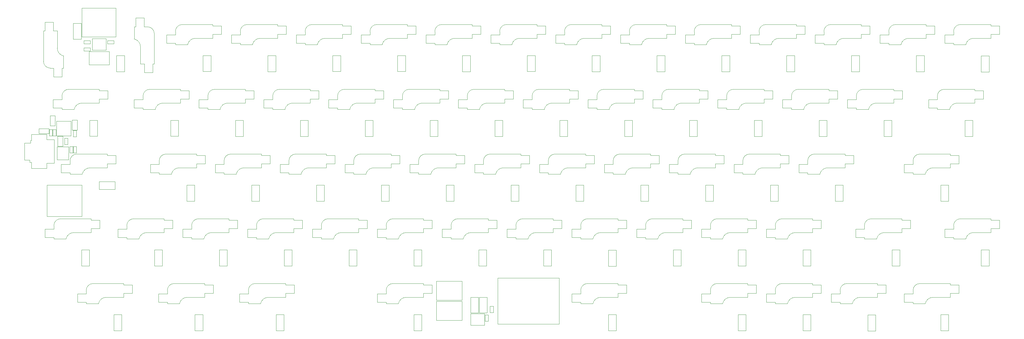
<source format=gbr>
%TF.GenerationSoftware,KiCad,Pcbnew,9.0.1*%
%TF.CreationDate,2025-05-16T22:45:18+09:00*%
%TF.ProjectId,H360,48333630-2e6b-4696-9361-645f70636258,rev?*%
%TF.SameCoordinates,Original*%
%TF.FileFunction,Other,User*%
%FSLAX46Y46*%
G04 Gerber Fmt 4.6, Leading zero omitted, Abs format (unit mm)*
G04 Created by KiCad (PCBNEW 9.0.1) date 2025-05-16 22:45:18*
%MOMM*%
%LPD*%
G01*
G04 APERTURE LIST*
%ADD10C,0.050000*%
%ADD11C,0.120000*%
G04 APERTURE END LIST*
D10*
%TO.C,D49*%
X161568750Y-171481250D02*
X161568750Y-176181250D01*
X163868750Y-171481250D02*
X161568750Y-171481250D01*
X163868750Y-176181250D02*
X161568750Y-176181250D01*
X163868750Y-176181250D02*
X163868750Y-171481250D01*
%TO.C,R7*%
X74530000Y-136070000D02*
X74530000Y-137930000D01*
X74530000Y-137930000D02*
X75470000Y-137930000D01*
X75470000Y-136070000D02*
X74530000Y-136070000D01*
X75470000Y-137930000D02*
X75470000Y-136070000D01*
%TO.C,D60*%
X116325000Y-190531250D02*
X116325000Y-195231250D01*
X118625000Y-190531250D02*
X116325000Y-190531250D01*
X118625000Y-195231250D02*
X116325000Y-195231250D01*
X118625000Y-195231250D02*
X118625000Y-190531250D01*
%TO.C,MX21*%
X174671074Y-127218530D02*
X174671074Y-129668530D01*
X174671074Y-129668530D02*
X177271074Y-129668530D01*
X177271074Y-127218530D02*
X174671074Y-127218530D01*
X177271074Y-127218530D02*
X177271074Y-126218530D01*
X177271074Y-129668530D02*
X177271074Y-130108530D01*
X177271074Y-130108530D02*
X180861928Y-130108530D01*
X179271074Y-124218530D02*
X188221074Y-124218530D01*
X188221074Y-124218530D02*
X188221074Y-124648530D01*
X188221074Y-127098530D02*
X188221074Y-128268530D01*
X188221074Y-127098530D02*
X190771074Y-127098530D01*
X188221074Y-128268530D02*
X183156250Y-128268530D01*
X190771074Y-124648530D02*
X188221074Y-124648530D01*
X190771074Y-127098530D02*
X190771074Y-124648530D01*
X177271074Y-126218530D02*
G75*
G02*
X179271074Y-124218530I2000004J-4D01*
G01*
X180861928Y-130108530D02*
G75*
G02*
X183156250Y-128268530I2294320J-510409D01*
G01*
%TO.C,D45*%
X82987500Y-171481250D02*
X82987500Y-176181250D01*
X85287500Y-171481250D02*
X82987500Y-171481250D01*
X85287500Y-176181250D02*
X82987500Y-176181250D01*
X85287500Y-176181250D02*
X85287500Y-171481250D01*
%TO.C,D42*%
X285393750Y-152431250D02*
X285393750Y-157131250D01*
X287693750Y-152431250D02*
X285393750Y-152431250D01*
X287693750Y-157131250D02*
X285393750Y-157131250D01*
X287693750Y-157131250D02*
X287693750Y-152431250D01*
%TO.C,MX61*%
X227058574Y-184368530D02*
X227058574Y-186818530D01*
X227058574Y-186818530D02*
X229658574Y-186818530D01*
X229658574Y-184368530D02*
X227058574Y-184368530D01*
X229658574Y-184368530D02*
X229658574Y-183368530D01*
X229658574Y-186818530D02*
X229658574Y-187258530D01*
X229658574Y-187258530D02*
X233249428Y-187258530D01*
X231658574Y-181368530D02*
X240608574Y-181368530D01*
X240608574Y-181368530D02*
X240608574Y-181798530D01*
X240608574Y-184248530D02*
X240608574Y-185418530D01*
X240608574Y-184248530D02*
X243158574Y-184248530D01*
X240608574Y-185418530D02*
X235543750Y-185418530D01*
X243158574Y-181798530D02*
X240608574Y-181798530D01*
X243158574Y-184248530D02*
X243158574Y-181798530D01*
X229658574Y-183368530D02*
G75*
G02*
X231658574Y-181368530I2000004J-4D01*
G01*
X233249428Y-187258530D02*
G75*
G02*
X235543750Y-185418530I2294320J-510409D01*
G01*
%TO.C,MX9*%
X222296074Y-108168530D02*
X222296074Y-110618530D01*
X222296074Y-110618530D02*
X224896074Y-110618530D01*
X224896074Y-108168530D02*
X222296074Y-108168530D01*
X224896074Y-108168530D02*
X224896074Y-107168530D01*
X224896074Y-110618530D02*
X224896074Y-111058530D01*
X224896074Y-111058530D02*
X228486928Y-111058530D01*
X226896074Y-105168530D02*
X235846074Y-105168530D01*
X235846074Y-105168530D02*
X235846074Y-105598530D01*
X235846074Y-108048530D02*
X235846074Y-109218530D01*
X235846074Y-108048530D02*
X238396074Y-108048530D01*
X235846074Y-109218530D02*
X230781250Y-109218530D01*
X238396074Y-105598530D02*
X235846074Y-105598530D01*
X238396074Y-108048530D02*
X238396074Y-105598530D01*
X224896074Y-107168530D02*
G75*
G02*
X226896074Y-105168530I2000004J-4D01*
G01*
X228486928Y-111058530D02*
G75*
G02*
X230781250Y-109218530I2294320J-510409D01*
G01*
%TO.C,D6*%
X137756250Y-114331250D02*
X137756250Y-119031250D01*
X140056250Y-114331250D02*
X137756250Y-114331250D01*
X140056250Y-119031250D02*
X137756250Y-119031250D01*
X140056250Y-119031250D02*
X140056250Y-114331250D01*
%TO.C,MX5*%
X146096074Y-108168530D02*
X146096074Y-110618530D01*
X146096074Y-110618530D02*
X148696074Y-110618530D01*
X148696074Y-108168530D02*
X146096074Y-108168530D01*
X148696074Y-108168530D02*
X148696074Y-107168530D01*
X148696074Y-110618530D02*
X148696074Y-111058530D01*
X148696074Y-111058530D02*
X152286928Y-111058530D01*
X150696074Y-105168530D02*
X159646074Y-105168530D01*
X159646074Y-105168530D02*
X159646074Y-105598530D01*
X159646074Y-108048530D02*
X159646074Y-109218530D01*
X159646074Y-108048530D02*
X162196074Y-108048530D01*
X159646074Y-109218530D02*
X154581250Y-109218530D01*
X162196074Y-105598530D02*
X159646074Y-105598530D01*
X162196074Y-108048530D02*
X162196074Y-105598530D01*
X148696074Y-107168530D02*
G75*
G02*
X150696074Y-105168530I2000004J-4D01*
G01*
X152286928Y-111058530D02*
G75*
G02*
X154581250Y-109218530I2294320J-510409D01*
G01*
%TO.C,D5*%
X118706250Y-114268750D02*
X118706250Y-118968750D01*
X121006250Y-114268750D02*
X118706250Y-114268750D01*
X121006250Y-118968750D02*
X118706250Y-118968750D01*
X121006250Y-118968750D02*
X121006250Y-114268750D01*
%TO.C,MX26*%
X269921074Y-127218530D02*
X269921074Y-129668530D01*
X269921074Y-129668530D02*
X272521074Y-129668530D01*
X272521074Y-127218530D02*
X269921074Y-127218530D01*
X272521074Y-127218530D02*
X272521074Y-126218530D01*
X272521074Y-129668530D02*
X272521074Y-130108530D01*
X272521074Y-130108530D02*
X276111928Y-130108530D01*
X274521074Y-124218530D02*
X283471074Y-124218530D01*
X283471074Y-124218530D02*
X283471074Y-124648530D01*
X283471074Y-127098530D02*
X283471074Y-128268530D01*
X283471074Y-127098530D02*
X286021074Y-127098530D01*
X283471074Y-128268530D02*
X278406250Y-128268530D01*
X286021074Y-124648530D02*
X283471074Y-124648530D01*
X286021074Y-127098530D02*
X286021074Y-124648530D01*
X272521074Y-126218530D02*
G75*
G02*
X274521074Y-124218530I2000004J-4D01*
G01*
X276111928Y-130108530D02*
G75*
G02*
X278406250Y-128268530I2294320J-510409D01*
G01*
%TO.C,MX1*%
X71831030Y-107053926D02*
X72261030Y-107053926D01*
X71831030Y-116003926D02*
X71831030Y-107053926D01*
X72261030Y-104503926D02*
X72261030Y-107053926D01*
X74711030Y-104503926D02*
X72261030Y-104503926D01*
X74711030Y-107053926D02*
X74711030Y-104503926D01*
X74711030Y-107053926D02*
X75881030Y-107053926D01*
X74831030Y-118003926D02*
X73831030Y-118003926D01*
X74831030Y-118003926D02*
X74831030Y-120603926D01*
X74831030Y-120603926D02*
X77281030Y-120603926D01*
X75881030Y-107053926D02*
X75881030Y-112118750D01*
X77281030Y-118003926D02*
X77721030Y-118003926D01*
X77281030Y-120603926D02*
X77281030Y-118003926D01*
X77721030Y-118003926D02*
X77721030Y-114413072D01*
X73831030Y-118003926D02*
G75*
G02*
X71831030Y-116003926I4J2000004D01*
G01*
X77721030Y-114413072D02*
G75*
G02*
X75881030Y-112118750I510409J2294320D01*
G01*
%TO.C,MX10*%
X241346074Y-108168530D02*
X241346074Y-110618530D01*
X241346074Y-110618530D02*
X243946074Y-110618530D01*
X243946074Y-108168530D02*
X241346074Y-108168530D01*
X243946074Y-108168530D02*
X243946074Y-107168530D01*
X243946074Y-110618530D02*
X243946074Y-111058530D01*
X243946074Y-111058530D02*
X247536928Y-111058530D01*
X245946074Y-105168530D02*
X254896074Y-105168530D01*
X254896074Y-105168530D02*
X254896074Y-105598530D01*
X254896074Y-108048530D02*
X254896074Y-109218530D01*
X254896074Y-108048530D02*
X257446074Y-108048530D01*
X254896074Y-109218530D02*
X249831250Y-109218530D01*
X257446074Y-105598530D02*
X254896074Y-105598530D01*
X257446074Y-108048530D02*
X257446074Y-105598530D01*
X243946074Y-107168530D02*
G75*
G02*
X245946074Y-105168530I2000004J-4D01*
G01*
X247536928Y-111058530D02*
G75*
G02*
X249831250Y-109218530I2294320J-510409D01*
G01*
%TO.C,MX19*%
X136571074Y-127218530D02*
X136571074Y-129668530D01*
X136571074Y-129668530D02*
X139171074Y-129668530D01*
X139171074Y-127218530D02*
X136571074Y-127218530D01*
X139171074Y-127218530D02*
X139171074Y-126218530D01*
X139171074Y-129668530D02*
X139171074Y-130108530D01*
X139171074Y-130108530D02*
X142761928Y-130108530D01*
X141171074Y-124218530D02*
X150121074Y-124218530D01*
X150121074Y-124218530D02*
X150121074Y-124648530D01*
X150121074Y-127098530D02*
X150121074Y-128268530D01*
X150121074Y-127098530D02*
X152671074Y-127098530D01*
X150121074Y-128268530D02*
X145056250Y-128268530D01*
X152671074Y-124648530D02*
X150121074Y-124648530D01*
X152671074Y-127098530D02*
X152671074Y-124648530D01*
X139171074Y-126218530D02*
G75*
G02*
X141171074Y-124218530I2000004J-4D01*
G01*
X142761928Y-130108530D02*
G75*
G02*
X145056250Y-128268530I2294320J-510409D01*
G01*
%TO.C,D47*%
X123468750Y-171481250D02*
X123468750Y-176181250D01*
X125768750Y-171481250D02*
X123468750Y-171481250D01*
X125768750Y-176181250D02*
X123468750Y-176181250D01*
X125768750Y-176181250D02*
X125768750Y-171481250D01*
%TO.C,D19*%
X109181250Y-133318750D02*
X109181250Y-138018750D01*
X111481250Y-133318750D02*
X109181250Y-133318750D01*
X111481250Y-138018750D02*
X109181250Y-138018750D01*
X111481250Y-138018750D02*
X111481250Y-133318750D01*
%TO.C,D55*%
X275868750Y-171481250D02*
X275868750Y-176181250D01*
X278168750Y-171481250D02*
X275868750Y-171481250D01*
X278168750Y-176181250D02*
X275868750Y-176181250D01*
X278168750Y-176181250D02*
X278168750Y-171481250D01*
D11*
%TO.C,U3*%
X205281000Y-179750000D02*
X205281000Y-193250000D01*
X205281000Y-193250000D02*
X223281000Y-193250000D01*
X223281000Y-179750000D02*
X205281000Y-179750000D01*
X223281000Y-193250000D02*
X223281000Y-179750000D01*
D10*
%TO.C,MX45*%
X112758574Y-165318530D02*
X112758574Y-167768530D01*
X112758574Y-167768530D02*
X115358574Y-167768530D01*
X115358574Y-165318530D02*
X112758574Y-165318530D01*
X115358574Y-165318530D02*
X115358574Y-164318530D01*
X115358574Y-167768530D02*
X115358574Y-168208530D01*
X115358574Y-168208530D02*
X118949428Y-168208530D01*
X117358574Y-162318530D02*
X126308574Y-162318530D01*
X126308574Y-162318530D02*
X126308574Y-162748530D01*
X126308574Y-165198530D02*
X126308574Y-166368530D01*
X126308574Y-165198530D02*
X128858574Y-165198530D01*
X126308574Y-166368530D02*
X121243750Y-166368530D01*
X128858574Y-162748530D02*
X126308574Y-162748530D01*
X128858574Y-165198530D02*
X128858574Y-162748530D01*
X115358574Y-164318530D02*
G75*
G02*
X117358574Y-162318530I2000004J-4D01*
G01*
X118949428Y-168208530D02*
G75*
G02*
X121243750Y-166368530I2294320J-510409D01*
G01*
%TO.C,U1*%
X86130000Y-112700000D02*
X90230000Y-112700000D01*
X90230000Y-109300000D01*
X86130000Y-109300000D01*
X86130000Y-112700000D01*
%TO.C,MX63*%
X284208574Y-184368530D02*
X284208574Y-186818530D01*
X284208574Y-186818530D02*
X286808574Y-186818530D01*
X286808574Y-184368530D02*
X284208574Y-184368530D01*
X286808574Y-184368530D02*
X286808574Y-183368530D01*
X286808574Y-186818530D02*
X286808574Y-187258530D01*
X286808574Y-187258530D02*
X290399428Y-187258530D01*
X288808574Y-181368530D02*
X297758574Y-181368530D01*
X297758574Y-181368530D02*
X297758574Y-181798530D01*
X297758574Y-184248530D02*
X297758574Y-185418530D01*
X297758574Y-184248530D02*
X300308574Y-184248530D01*
X297758574Y-185418530D02*
X292693750Y-185418530D01*
X300308574Y-181798530D02*
X297758574Y-181798530D01*
X300308574Y-184248530D02*
X300308574Y-181798530D01*
X286808574Y-183368530D02*
G75*
G02*
X288808574Y-181368530I2000004J-4D01*
G01*
X290399428Y-187258530D02*
G75*
G02*
X292693750Y-185418530I2294320J-510409D01*
G01*
%TO.C,D14*%
X290156250Y-114331250D02*
X290156250Y-119031250D01*
X292456250Y-114331250D02*
X290156250Y-114331250D01*
X292456250Y-119031250D02*
X290156250Y-119031250D01*
X292456250Y-119031250D02*
X292456250Y-114331250D01*
%TO.C,D24*%
X204431250Y-133381250D02*
X204431250Y-138081250D01*
X206731250Y-133381250D02*
X204431250Y-133381250D01*
X206731250Y-138081250D02*
X204431250Y-138081250D01*
X206731250Y-138081250D02*
X206731250Y-133381250D01*
%TO.C,MX35*%
X179433574Y-146268530D02*
X179433574Y-148718530D01*
X179433574Y-148718530D02*
X182033574Y-148718530D01*
X182033574Y-146268530D02*
X179433574Y-146268530D01*
X182033574Y-146268530D02*
X182033574Y-145268530D01*
X182033574Y-148718530D02*
X182033574Y-149158530D01*
X182033574Y-149158530D02*
X185624428Y-149158530D01*
X184033574Y-143268530D02*
X192983574Y-143268530D01*
X192983574Y-143268530D02*
X192983574Y-143698530D01*
X192983574Y-146148530D02*
X192983574Y-147318530D01*
X192983574Y-146148530D02*
X195533574Y-146148530D01*
X192983574Y-147318530D02*
X187918750Y-147318530D01*
X195533574Y-143698530D02*
X192983574Y-143698530D01*
X195533574Y-146148530D02*
X195533574Y-143698530D01*
X182033574Y-145268530D02*
G75*
G02*
X184033574Y-143268530I2000004J-4D01*
G01*
X185624428Y-149158530D02*
G75*
G02*
X187918750Y-147318530I2294320J-510409D01*
G01*
%TO.C,MX16*%
X74658574Y-127218530D02*
X74658574Y-129668530D01*
X74658574Y-129668530D02*
X77258574Y-129668530D01*
X77258574Y-127218530D02*
X74658574Y-127218530D01*
X77258574Y-127218530D02*
X77258574Y-126218530D01*
X77258574Y-129668530D02*
X77258574Y-130108530D01*
X77258574Y-130108530D02*
X80849428Y-130108530D01*
X79258574Y-124218530D02*
X88208574Y-124218530D01*
X88208574Y-124218530D02*
X88208574Y-124648530D01*
X88208574Y-127098530D02*
X88208574Y-128268530D01*
X88208574Y-127098530D02*
X90758574Y-127098530D01*
X88208574Y-128268530D02*
X83143750Y-128268530D01*
X90758574Y-124648530D02*
X88208574Y-124648530D01*
X90758574Y-127098530D02*
X90758574Y-124648530D01*
X77258574Y-126218530D02*
G75*
G02*
X79258574Y-124218530I2000004J-4D01*
G01*
X80849428Y-130108530D02*
G75*
G02*
X83143750Y-128268530I2294320J-510409D01*
G01*
%TO.C,MX53*%
X265158574Y-165318530D02*
X265158574Y-167768530D01*
X265158574Y-167768530D02*
X267758574Y-167768530D01*
X267758574Y-165318530D02*
X265158574Y-165318530D01*
X267758574Y-165318530D02*
X267758574Y-164318530D01*
X267758574Y-167768530D02*
X267758574Y-168208530D01*
X267758574Y-168208530D02*
X271349428Y-168208530D01*
X269758574Y-162318530D02*
X278708574Y-162318530D01*
X278708574Y-162318530D02*
X278708574Y-162748530D01*
X278708574Y-165198530D02*
X278708574Y-166368530D01*
X278708574Y-165198530D02*
X281258574Y-165198530D01*
X278708574Y-166368530D02*
X273643750Y-166368530D01*
X281258574Y-162748530D02*
X278708574Y-162748530D01*
X281258574Y-165198530D02*
X281258574Y-162748530D01*
X267758574Y-164318530D02*
G75*
G02*
X269758574Y-162318530I2000004J-4D01*
G01*
X271349428Y-168208530D02*
G75*
G02*
X273643750Y-166368530I2294320J-510409D01*
G01*
%TO.C,SW3*%
X187250000Y-186612500D02*
X187250000Y-192212500D01*
X187250000Y-192212500D02*
X194750000Y-192212500D01*
X194750000Y-186612500D02*
X187250000Y-186612500D01*
X194750000Y-192212500D02*
X194750000Y-186612500D01*
%TO.C,MX30*%
X77039824Y-146268530D02*
X77039824Y-148718530D01*
X77039824Y-148718530D02*
X79639824Y-148718530D01*
X79639824Y-146268530D02*
X77039824Y-146268530D01*
X79639824Y-146268530D02*
X79639824Y-145268530D01*
X79639824Y-148718530D02*
X79639824Y-149158530D01*
X79639824Y-149158530D02*
X83230678Y-149158530D01*
X81639824Y-143268530D02*
X90589824Y-143268530D01*
X90589824Y-143268530D02*
X90589824Y-143698530D01*
X90589824Y-146148530D02*
X90589824Y-147318530D01*
X90589824Y-146148530D02*
X93139824Y-146148530D01*
X90589824Y-147318530D02*
X85525000Y-147318530D01*
X93139824Y-143698530D02*
X90589824Y-143698530D01*
X93139824Y-146148530D02*
X93139824Y-143698530D01*
X79639824Y-145268530D02*
G75*
G02*
X81639824Y-143268530I2000004J-4D01*
G01*
X83230678Y-149158530D02*
G75*
G02*
X85525000Y-147318530I2294320J-510409D01*
G01*
%TO.C,D38*%
X209193750Y-152431250D02*
X209193750Y-157131250D01*
X211493750Y-152431250D02*
X209193750Y-152431250D01*
X211493750Y-157131250D02*
X209193750Y-157131250D01*
X211493750Y-157131250D02*
X211493750Y-152431250D01*
%TO.C,F1*%
X85230000Y-113143750D02*
X85230000Y-117043750D01*
X85230000Y-117043750D02*
X91130000Y-117043750D01*
X91130000Y-113143750D02*
X85230000Y-113143750D01*
X91130000Y-117043750D02*
X91130000Y-113143750D01*
%TO.C,D36*%
X171093750Y-152431250D02*
X171093750Y-157131250D01*
X173393750Y-152431250D02*
X171093750Y-152431250D01*
X173393750Y-157131250D02*
X171093750Y-157131250D01*
X173393750Y-157131250D02*
X173393750Y-152431250D01*
%TO.C,MX23*%
X212771074Y-127218530D02*
X212771074Y-129668530D01*
X212771074Y-129668530D02*
X215371074Y-129668530D01*
X215371074Y-127218530D02*
X212771074Y-127218530D01*
X215371074Y-127218530D02*
X215371074Y-126218530D01*
X215371074Y-129668530D02*
X215371074Y-130108530D01*
X215371074Y-130108530D02*
X218961928Y-130108530D01*
X217371074Y-124218530D02*
X226321074Y-124218530D01*
X226321074Y-124218530D02*
X226321074Y-124648530D01*
X226321074Y-127098530D02*
X226321074Y-128268530D01*
X226321074Y-127098530D02*
X228871074Y-127098530D01*
X226321074Y-128268530D02*
X221256250Y-128268530D01*
X228871074Y-124648530D02*
X226321074Y-124648530D01*
X228871074Y-127098530D02*
X228871074Y-124648530D01*
X215371074Y-126218530D02*
G75*
G02*
X217371074Y-124218530I2000004J-4D01*
G01*
X218961928Y-130108530D02*
G75*
G02*
X221256250Y-128268530I2294320J-510409D01*
G01*
%TO.C,MX11*%
X260396074Y-108168530D02*
X260396074Y-110618530D01*
X260396074Y-110618530D02*
X262996074Y-110618530D01*
X262996074Y-108168530D02*
X260396074Y-108168530D01*
X262996074Y-108168530D02*
X262996074Y-107168530D01*
X262996074Y-110618530D02*
X262996074Y-111058530D01*
X262996074Y-111058530D02*
X266586928Y-111058530D01*
X264996074Y-105168530D02*
X273946074Y-105168530D01*
X273946074Y-105168530D02*
X273946074Y-105598530D01*
X273946074Y-108048530D02*
X273946074Y-109218530D01*
X273946074Y-108048530D02*
X276496074Y-108048530D01*
X273946074Y-109218530D02*
X268881250Y-109218530D01*
X276496074Y-105598530D02*
X273946074Y-105598530D01*
X276496074Y-108048530D02*
X276496074Y-105598530D01*
X262996074Y-107168530D02*
G75*
G02*
X264996074Y-105168530I2000004J-4D01*
G01*
X266586928Y-111058530D02*
G75*
G02*
X268881250Y-109218530I2294320J-510409D01*
G01*
%TO.C,D3*%
X80606250Y-104806250D02*
X80606250Y-109506250D01*
X82906250Y-104806250D02*
X80606250Y-104806250D01*
X82906250Y-109506250D02*
X80606250Y-109506250D01*
X82906250Y-109506250D02*
X82906250Y-104806250D01*
%TO.C,C7*%
X199850000Y-185425000D02*
X199850000Y-190025000D01*
X199850000Y-190025000D02*
X202150000Y-190025000D01*
X202150000Y-185425000D02*
X199850000Y-185425000D01*
X202150000Y-190025000D02*
X202150000Y-185425000D01*
%TO.C,MX46*%
X131808574Y-165318530D02*
X131808574Y-167768530D01*
X131808574Y-167768530D02*
X134408574Y-167768530D01*
X134408574Y-165318530D02*
X131808574Y-165318530D01*
X134408574Y-165318530D02*
X134408574Y-164318530D01*
X134408574Y-167768530D02*
X134408574Y-168208530D01*
X134408574Y-168208530D02*
X137999428Y-168208530D01*
X136408574Y-162318530D02*
X145358574Y-162318530D01*
X145358574Y-162318530D02*
X145358574Y-162748530D01*
X145358574Y-165198530D02*
X145358574Y-166368530D01*
X145358574Y-165198530D02*
X147908574Y-165198530D01*
X145358574Y-166368530D02*
X140293750Y-166368530D01*
X147908574Y-162748530D02*
X145358574Y-162748530D01*
X147908574Y-165198530D02*
X147908574Y-162748530D01*
X134408574Y-164318530D02*
G75*
G02*
X136408574Y-162318530I2000004J-4D01*
G01*
X137999428Y-168208530D02*
G75*
G02*
X140293750Y-166368530I2294320J-510409D01*
G01*
%TO.C,D11*%
X233006250Y-114331250D02*
X233006250Y-119031250D01*
X235306250Y-114331250D02*
X233006250Y-114331250D01*
X235306250Y-119031250D02*
X233006250Y-119031250D01*
X235306250Y-119031250D02*
X235306250Y-114331250D01*
%TO.C,D23*%
X185381250Y-133381250D02*
X185381250Y-138081250D01*
X187681250Y-133381250D02*
X185381250Y-133381250D01*
X187681250Y-138081250D02*
X185381250Y-138081250D01*
X187681250Y-138081250D02*
X187681250Y-133381250D01*
%TO.C,D12*%
X252056250Y-114331250D02*
X252056250Y-119031250D01*
X254356250Y-114331250D02*
X252056250Y-114331250D01*
X254356250Y-119031250D02*
X252056250Y-119031250D01*
X254356250Y-119031250D02*
X254356250Y-114331250D01*
%TO.C,MX18*%
X117521074Y-127218530D02*
X117521074Y-129668530D01*
X117521074Y-129668530D02*
X120121074Y-129668530D01*
X120121074Y-127218530D02*
X117521074Y-127218530D01*
X120121074Y-127218530D02*
X120121074Y-126218530D01*
X120121074Y-129668530D02*
X120121074Y-130108530D01*
X120121074Y-130108530D02*
X123711928Y-130108530D01*
X122121074Y-124218530D02*
X131071074Y-124218530D01*
X131071074Y-124218530D02*
X131071074Y-124648530D01*
X131071074Y-127098530D02*
X131071074Y-128268530D01*
X131071074Y-127098530D02*
X133621074Y-127098530D01*
X131071074Y-128268530D02*
X126006250Y-128268530D01*
X133621074Y-124648530D02*
X131071074Y-124648530D01*
X133621074Y-127098530D02*
X133621074Y-124648530D01*
X120121074Y-126218530D02*
G75*
G02*
X122121074Y-124218530I2000004J-4D01*
G01*
X123711928Y-130108530D02*
G75*
G02*
X126006250Y-128268530I2294320J-510409D01*
G01*
%TO.C,MX49*%
X188958574Y-165318530D02*
X188958574Y-167768530D01*
X188958574Y-167768530D02*
X191558574Y-167768530D01*
X191558574Y-165318530D02*
X188958574Y-165318530D01*
X191558574Y-165318530D02*
X191558574Y-164318530D01*
X191558574Y-167768530D02*
X191558574Y-168208530D01*
X191558574Y-168208530D02*
X195149428Y-168208530D01*
X193558574Y-162318530D02*
X202508574Y-162318530D01*
X202508574Y-162318530D02*
X202508574Y-162748530D01*
X202508574Y-165198530D02*
X202508574Y-166368530D01*
X202508574Y-165198530D02*
X205058574Y-165198530D01*
X202508574Y-166368530D02*
X197443750Y-166368530D01*
X205058574Y-162748530D02*
X202508574Y-162748530D01*
X205058574Y-165198530D02*
X205058574Y-162748530D01*
X191558574Y-164318530D02*
G75*
G02*
X193558574Y-162318530I2000004J-4D01*
G01*
X195149428Y-168208530D02*
G75*
G02*
X197443750Y-166368530I2294320J-510409D01*
G01*
%TO.C,J1*%
X83081250Y-100337500D02*
X93131250Y-100337500D01*
X83081250Y-108757500D02*
X83081250Y-100337500D01*
X93131250Y-100337500D02*
X93131250Y-108757500D01*
X93131250Y-108757500D02*
X83081250Y-108757500D01*
%TO.C,D27*%
X261581250Y-133381250D02*
X261581250Y-138081250D01*
X263881250Y-133381250D02*
X261581250Y-133381250D01*
X263881250Y-138081250D02*
X261581250Y-138081250D01*
X263881250Y-138081250D02*
X263881250Y-133381250D01*
%TO.C,SW2*%
X187250000Y-180700000D02*
X187250000Y-186300000D01*
X187250000Y-186300000D02*
X194750000Y-186300000D01*
X194750000Y-180700000D02*
X187250000Y-180700000D01*
X194750000Y-186300000D02*
X194750000Y-180700000D01*
%TO.C,D17*%
X347306250Y-114393750D02*
X347306250Y-119093750D01*
X349606250Y-114393750D02*
X347306250Y-114393750D01*
X349606250Y-119093750D02*
X347306250Y-119093750D01*
X349606250Y-119093750D02*
X349606250Y-114393750D01*
%TO.C,MX22*%
X193721074Y-127218530D02*
X193721074Y-129668530D01*
X193721074Y-129668530D02*
X196321074Y-129668530D01*
X196321074Y-127218530D02*
X193721074Y-127218530D01*
X196321074Y-127218530D02*
X196321074Y-126218530D01*
X196321074Y-129668530D02*
X196321074Y-130108530D01*
X196321074Y-130108530D02*
X199911928Y-130108530D01*
X198321074Y-124218530D02*
X207271074Y-124218530D01*
X207271074Y-124218530D02*
X207271074Y-124648530D01*
X207271074Y-127098530D02*
X207271074Y-128268530D01*
X207271074Y-127098530D02*
X209821074Y-127098530D01*
X207271074Y-128268530D02*
X202206250Y-128268530D01*
X209821074Y-124648530D02*
X207271074Y-124648530D01*
X209821074Y-127098530D02*
X209821074Y-124648530D01*
X196321074Y-126218530D02*
G75*
G02*
X198321074Y-124218530I2000004J-4D01*
G01*
X199911928Y-130108530D02*
G75*
G02*
X202206250Y-128268530I2294320J-510409D01*
G01*
%TO.C,D29*%
X299681250Y-133381250D02*
X299681250Y-138081250D01*
X301981250Y-133381250D02*
X299681250Y-133381250D01*
X301981250Y-138081250D02*
X299681250Y-138081250D01*
X301981250Y-138081250D02*
X301981250Y-133381250D01*
%TO.C,D18*%
X85368750Y-133318750D02*
X85368750Y-138018750D01*
X87668750Y-133318750D02*
X85368750Y-133318750D01*
X87668750Y-138018750D02*
X85368750Y-138018750D01*
X87668750Y-138018750D02*
X87668750Y-133318750D01*
%TO.C,D62*%
X180618750Y-190531250D02*
X180618750Y-195231250D01*
X182918750Y-190531250D02*
X180618750Y-190531250D01*
X182918750Y-195231250D02*
X180618750Y-195231250D01*
X182918750Y-195231250D02*
X182918750Y-190531250D01*
%TO.C,SW1*%
X66250000Y-140000000D02*
X68000000Y-140000000D01*
X66250000Y-145000000D02*
X66250000Y-140000000D01*
X67750000Y-145000000D02*
X66250000Y-145000000D01*
X67750000Y-145750000D02*
X67750000Y-145000000D01*
X68000000Y-139250000D02*
X68250000Y-139250000D01*
X68000000Y-140000000D02*
X68000000Y-139250000D01*
X68250000Y-137500000D02*
X72750000Y-137500000D01*
X68250000Y-139250000D02*
X68250000Y-137500000D01*
X68250000Y-145750000D02*
X67750000Y-145750000D01*
X68250000Y-147500000D02*
X68250000Y-145750000D01*
X72750000Y-137500000D02*
X72750000Y-139000000D01*
X72750000Y-139000000D02*
X75000000Y-139000000D01*
X72750000Y-146000000D02*
X72750000Y-147500000D01*
X72750000Y-147500000D02*
X68250000Y-147500000D01*
X75000000Y-139000000D02*
X75000000Y-146000000D01*
X75000000Y-146000000D02*
X72750000Y-146000000D01*
%TO.C,D48*%
X142518750Y-171481250D02*
X142518750Y-176181250D01*
X144818750Y-171481250D02*
X142518750Y-171481250D01*
X144818750Y-176181250D02*
X142518750Y-176181250D01*
X144818750Y-176181250D02*
X144818750Y-171481250D01*
%TO.C,MX29*%
X331833574Y-127218530D02*
X331833574Y-129668530D01*
X331833574Y-129668530D02*
X334433574Y-129668530D01*
X334433574Y-127218530D02*
X331833574Y-127218530D01*
X334433574Y-127218530D02*
X334433574Y-126218530D01*
X334433574Y-129668530D02*
X334433574Y-130108530D01*
X334433574Y-130108530D02*
X338024428Y-130108530D01*
X336433574Y-124218530D02*
X345383574Y-124218530D01*
X345383574Y-124218530D02*
X345383574Y-124648530D01*
X345383574Y-127098530D02*
X345383574Y-128268530D01*
X345383574Y-127098530D02*
X347933574Y-127098530D01*
X345383574Y-128268530D02*
X340318750Y-128268530D01*
X347933574Y-124648530D02*
X345383574Y-124648530D01*
X347933574Y-127098530D02*
X347933574Y-124648530D01*
X334433574Y-126218530D02*
G75*
G02*
X336433574Y-124218530I2000004J-4D01*
G01*
X338024428Y-130108530D02*
G75*
G02*
X340318750Y-128268530I2294320J-510409D01*
G01*
%TO.C,D39*%
X228243750Y-152431250D02*
X228243750Y-157131250D01*
X230543750Y-152431250D02*
X228243750Y-152431250D01*
X230543750Y-157131250D02*
X228243750Y-157131250D01*
X230543750Y-157131250D02*
X230543750Y-152431250D01*
%TO.C,MX39*%
X255633574Y-146268530D02*
X255633574Y-148718530D01*
X255633574Y-148718530D02*
X258233574Y-148718530D01*
X258233574Y-146268530D02*
X255633574Y-146268530D01*
X258233574Y-146268530D02*
X258233574Y-145268530D01*
X258233574Y-148718530D02*
X258233574Y-149158530D01*
X258233574Y-149158530D02*
X261824428Y-149158530D01*
X260233574Y-143268530D02*
X269183574Y-143268530D01*
X269183574Y-143268530D02*
X269183574Y-143698530D01*
X269183574Y-146148530D02*
X269183574Y-147318530D01*
X269183574Y-146148530D02*
X271733574Y-146148530D01*
X269183574Y-147318530D02*
X264118750Y-147318530D01*
X271733574Y-143698530D02*
X269183574Y-143698530D01*
X271733574Y-146148530D02*
X271733574Y-143698530D01*
X258233574Y-145268530D02*
G75*
G02*
X260233574Y-143268530I2000004J-4D01*
G01*
X261824428Y-149158530D02*
G75*
G02*
X264118750Y-147318530I2294320J-510409D01*
G01*
%TO.C,MX4*%
X127046074Y-108168530D02*
X127046074Y-110618530D01*
X127046074Y-110618530D02*
X129646074Y-110618530D01*
X129646074Y-108168530D02*
X127046074Y-108168530D01*
X129646074Y-108168530D02*
X129646074Y-107168530D01*
X129646074Y-110618530D02*
X129646074Y-111058530D01*
X129646074Y-111058530D02*
X133236928Y-111058530D01*
X131646074Y-105168530D02*
X140596074Y-105168530D01*
X140596074Y-105168530D02*
X140596074Y-105598530D01*
X140596074Y-108048530D02*
X140596074Y-109218530D01*
X140596074Y-108048530D02*
X143146074Y-108048530D01*
X140596074Y-109218530D02*
X135531250Y-109218530D01*
X143146074Y-105598530D02*
X140596074Y-105598530D01*
X143146074Y-108048530D02*
X143146074Y-105598530D01*
X129646074Y-107168530D02*
G75*
G02*
X131646074Y-105168530I2000004J-4D01*
G01*
X133236928Y-111058530D02*
G75*
G02*
X135531250Y-109218530I2294320J-510409D01*
G01*
%TO.C,MX55*%
X310402324Y-165318530D02*
X310402324Y-167768530D01*
X310402324Y-167768530D02*
X313002324Y-167768530D01*
X313002324Y-165318530D02*
X310402324Y-165318530D01*
X313002324Y-165318530D02*
X313002324Y-164318530D01*
X313002324Y-167768530D02*
X313002324Y-168208530D01*
X313002324Y-168208530D02*
X316593178Y-168208530D01*
X315002324Y-162318530D02*
X323952324Y-162318530D01*
X323952324Y-162318530D02*
X323952324Y-162748530D01*
X323952324Y-165198530D02*
X323952324Y-166368530D01*
X323952324Y-165198530D02*
X326502324Y-165198530D01*
X323952324Y-166368530D02*
X318887500Y-166368530D01*
X326502324Y-162748530D02*
X323952324Y-162748530D01*
X326502324Y-165198530D02*
X326502324Y-162748530D01*
X313002324Y-164318530D02*
G75*
G02*
X315002324Y-162318530I2000004J-4D01*
G01*
X316593178Y-168208530D02*
G75*
G02*
X318887500Y-166368530I2294320J-510409D01*
G01*
%TO.C,MX56*%
X336596074Y-165318530D02*
X336596074Y-167768530D01*
X336596074Y-167768530D02*
X339196074Y-167768530D01*
X339196074Y-165318530D02*
X336596074Y-165318530D01*
X339196074Y-165318530D02*
X339196074Y-164318530D01*
X339196074Y-167768530D02*
X339196074Y-168208530D01*
X339196074Y-168208530D02*
X342786928Y-168208530D01*
X341196074Y-162318530D02*
X350146074Y-162318530D01*
X350146074Y-162318530D02*
X350146074Y-162748530D01*
X350146074Y-165198530D02*
X350146074Y-166368530D01*
X350146074Y-165198530D02*
X352696074Y-165198530D01*
X350146074Y-166368530D02*
X345081250Y-166368530D01*
X352696074Y-162748530D02*
X350146074Y-162748530D01*
X352696074Y-165198530D02*
X352696074Y-162748530D01*
X339196074Y-164318530D02*
G75*
G02*
X341196074Y-162318530I2000004J-4D01*
G01*
X342786928Y-168208530D02*
G75*
G02*
X345081250Y-166368530I2294320J-510409D01*
G01*
%TO.C,D53*%
X237768750Y-171543750D02*
X237768750Y-176243750D01*
X240068750Y-171543750D02*
X237768750Y-171543750D01*
X240068750Y-176243750D02*
X237768750Y-176243750D01*
X240068750Y-176243750D02*
X240068750Y-171543750D01*
%TO.C,U4*%
X201412500Y-190231250D02*
X197312500Y-190231250D01*
X197312500Y-193631250D01*
X201412500Y-193631250D01*
X201412500Y-190231250D01*
%TO.C,D37*%
X190143750Y-152431250D02*
X190143750Y-157131250D01*
X192443750Y-152431250D02*
X190143750Y-152431250D01*
X192443750Y-157131250D02*
X190143750Y-157131250D01*
X192443750Y-157131250D02*
X192443750Y-152431250D01*
%TO.C,MX33*%
X141333574Y-146268530D02*
X141333574Y-148718530D01*
X141333574Y-148718530D02*
X143933574Y-148718530D01*
X143933574Y-146268530D02*
X141333574Y-146268530D01*
X143933574Y-146268530D02*
X143933574Y-145268530D01*
X143933574Y-148718530D02*
X143933574Y-149158530D01*
X143933574Y-149158530D02*
X147524428Y-149158530D01*
X145933574Y-143268530D02*
X154883574Y-143268530D01*
X154883574Y-143268530D02*
X154883574Y-143698530D01*
X154883574Y-146148530D02*
X154883574Y-147318530D01*
X154883574Y-146148530D02*
X157433574Y-146148530D01*
X154883574Y-147318530D02*
X149818750Y-147318530D01*
X157433574Y-143698530D02*
X154883574Y-143698530D01*
X157433574Y-146148530D02*
X157433574Y-143698530D01*
X143933574Y-145268530D02*
G75*
G02*
X145933574Y-143268530I2000004J-4D01*
G01*
X147524428Y-149158530D02*
G75*
G02*
X149818750Y-147318530I2294320J-510409D01*
G01*
%TO.C,R3*%
X76020000Y-138020000D02*
X76020000Y-140980000D01*
X76020000Y-140980000D02*
X77480000Y-140980000D01*
X77480000Y-138020000D02*
X76020000Y-138020000D01*
X77480000Y-140980000D02*
X77480000Y-138020000D01*
%TO.C,L1*%
X83717500Y-112030000D02*
X83717500Y-112970000D01*
X83717500Y-112970000D02*
X85577500Y-112970000D01*
X85577500Y-112030000D02*
X83717500Y-112030000D01*
X85577500Y-112970000D02*
X85577500Y-112030000D01*
%TO.C,MX43*%
X72277324Y-165318530D02*
X72277324Y-167768530D01*
X72277324Y-167768530D02*
X74877324Y-167768530D01*
X74877324Y-165318530D02*
X72277324Y-165318530D01*
X74877324Y-165318530D02*
X74877324Y-164318530D01*
X74877324Y-167768530D02*
X74877324Y-168208530D01*
X74877324Y-168208530D02*
X78468178Y-168208530D01*
X76877324Y-162318530D02*
X85827324Y-162318530D01*
X85827324Y-162318530D02*
X85827324Y-162748530D01*
X85827324Y-165198530D02*
X85827324Y-166368530D01*
X85827324Y-165198530D02*
X88377324Y-165198530D01*
X85827324Y-166368530D02*
X80762500Y-166368530D01*
X88377324Y-162748530D02*
X85827324Y-162748530D01*
X88377324Y-165198530D02*
X88377324Y-162748530D01*
X74877324Y-164318530D02*
G75*
G02*
X76877324Y-162318530I2000004J-4D01*
G01*
X78468178Y-168208530D02*
G75*
G02*
X80762500Y-166368530I2294320J-510409D01*
G01*
%TO.C,MX41*%
X293733574Y-146268530D02*
X293733574Y-148718530D01*
X293733574Y-148718530D02*
X296333574Y-148718530D01*
X296333574Y-146268530D02*
X293733574Y-146268530D01*
X296333574Y-146268530D02*
X296333574Y-145268530D01*
X296333574Y-148718530D02*
X296333574Y-149158530D01*
X296333574Y-149158530D02*
X299924428Y-149158530D01*
X298333574Y-143268530D02*
X307283574Y-143268530D01*
X307283574Y-143268530D02*
X307283574Y-143698530D01*
X307283574Y-146148530D02*
X307283574Y-147318530D01*
X307283574Y-146148530D02*
X309833574Y-146148530D01*
X307283574Y-147318530D02*
X302218750Y-147318530D01*
X309833574Y-143698530D02*
X307283574Y-143698530D01*
X309833574Y-146148530D02*
X309833574Y-143698530D01*
X296333574Y-145268530D02*
G75*
G02*
X298333574Y-143268530I2000004J-4D01*
G01*
X299924428Y-149158530D02*
G75*
G02*
X302218750Y-147318530I2294320J-510409D01*
G01*
%TO.C,D35*%
X152043750Y-152431250D02*
X152043750Y-157131250D01*
X154343750Y-152431250D02*
X152043750Y-152431250D01*
X154343750Y-157131250D02*
X152043750Y-157131250D01*
X154343750Y-157131250D02*
X154343750Y-152431250D01*
%TO.C,R6*%
X78030000Y-138570000D02*
X78030000Y-140430000D01*
X78030000Y-140430000D02*
X78970000Y-140430000D01*
X78970000Y-138570000D02*
X78030000Y-138570000D01*
X78970000Y-140430000D02*
X78970000Y-138570000D01*
%TO.C,D28*%
X280631250Y-133381250D02*
X280631250Y-138081250D01*
X282931250Y-133381250D02*
X280631250Y-133381250D01*
X282931250Y-138081250D02*
X280631250Y-138081250D01*
X282931250Y-138081250D02*
X282931250Y-133381250D01*
%TO.C,D57*%
X347306250Y-171481250D02*
X347306250Y-176181250D01*
X349606250Y-171481250D02*
X347306250Y-171481250D01*
X349606250Y-176181250D02*
X347306250Y-176181250D01*
X349606250Y-176181250D02*
X349606250Y-171481250D01*
%TO.C,MX27*%
X288971074Y-127218530D02*
X288971074Y-129668530D01*
X288971074Y-129668530D02*
X291571074Y-129668530D01*
X291571074Y-127218530D02*
X288971074Y-127218530D01*
X291571074Y-127218530D02*
X291571074Y-126218530D01*
X291571074Y-129668530D02*
X291571074Y-130108530D01*
X291571074Y-130108530D02*
X295161928Y-130108530D01*
X293571074Y-124218530D02*
X302521074Y-124218530D01*
X302521074Y-124218530D02*
X302521074Y-124648530D01*
X302521074Y-127098530D02*
X302521074Y-128268530D01*
X302521074Y-127098530D02*
X305071074Y-127098530D01*
X302521074Y-128268530D02*
X297456250Y-128268530D01*
X305071074Y-124648530D02*
X302521074Y-124648530D01*
X305071074Y-127098530D02*
X305071074Y-124648530D01*
X291571074Y-126218530D02*
G75*
G02*
X293571074Y-124218530I2000004J-4D01*
G01*
X295161928Y-130108530D02*
G75*
G02*
X297456250Y-128268530I2294320J-510409D01*
G01*
%TO.C,MX64*%
X303258574Y-184368530D02*
X303258574Y-186818530D01*
X303258574Y-186818530D02*
X305858574Y-186818530D01*
X305858574Y-184368530D02*
X303258574Y-184368530D01*
X305858574Y-184368530D02*
X305858574Y-183368530D01*
X305858574Y-186818530D02*
X305858574Y-187258530D01*
X305858574Y-187258530D02*
X309449428Y-187258530D01*
X307858574Y-181368530D02*
X316808574Y-181368530D01*
X316808574Y-181368530D02*
X316808574Y-181798530D01*
X316808574Y-184248530D02*
X316808574Y-185418530D01*
X316808574Y-184248530D02*
X319358574Y-184248530D01*
X316808574Y-185418530D02*
X311743750Y-185418530D01*
X319358574Y-181798530D02*
X316808574Y-181798530D01*
X319358574Y-184248530D02*
X319358574Y-181798530D01*
X305858574Y-183368530D02*
G75*
G02*
X307858574Y-181368530I2000004J-4D01*
G01*
X309449428Y-187258530D02*
G75*
G02*
X311743750Y-185418530I2294320J-510409D01*
G01*
%TO.C,MX28*%
X308021074Y-127218530D02*
X308021074Y-129668530D01*
X308021074Y-129668530D02*
X310621074Y-129668530D01*
X310621074Y-127218530D02*
X308021074Y-127218530D01*
X310621074Y-127218530D02*
X310621074Y-126218530D01*
X310621074Y-129668530D02*
X310621074Y-130108530D01*
X310621074Y-130108530D02*
X314211928Y-130108530D01*
X312621074Y-124218530D02*
X321571074Y-124218530D01*
X321571074Y-124218530D02*
X321571074Y-124648530D01*
X321571074Y-127098530D02*
X321571074Y-128268530D01*
X321571074Y-127098530D02*
X324121074Y-127098530D01*
X321571074Y-128268530D02*
X316506250Y-128268530D01*
X324121074Y-124648530D02*
X321571074Y-124648530D01*
X324121074Y-127098530D02*
X324121074Y-124648530D01*
X310621074Y-126218530D02*
G75*
G02*
X312621074Y-124218530I2000004J-4D01*
G01*
X314211928Y-130108530D02*
G75*
G02*
X316506250Y-128268530I2294320J-510409D01*
G01*
%TO.C,MX50*%
X208008574Y-165318530D02*
X208008574Y-167768530D01*
X208008574Y-167768530D02*
X210608574Y-167768530D01*
X210608574Y-165318530D02*
X208008574Y-165318530D01*
X210608574Y-165318530D02*
X210608574Y-164318530D01*
X210608574Y-167768530D02*
X210608574Y-168208530D01*
X210608574Y-168208530D02*
X214199428Y-168208530D01*
X212608574Y-162318530D02*
X221558574Y-162318530D01*
X221558574Y-162318530D02*
X221558574Y-162748530D01*
X221558574Y-165198530D02*
X221558574Y-166368530D01*
X221558574Y-165198530D02*
X224108574Y-165198530D01*
X221558574Y-166368530D02*
X216493750Y-166368530D01*
X224108574Y-162748530D02*
X221558574Y-162748530D01*
X224108574Y-165198530D02*
X224108574Y-162748530D01*
X210608574Y-164318530D02*
G75*
G02*
X212608574Y-162318530I2000004J-4D01*
G01*
X214199428Y-168208530D02*
G75*
G02*
X216493750Y-166368530I2294320J-510409D01*
G01*
%TO.C,D46*%
X104418750Y-171481250D02*
X104418750Y-176181250D01*
X106718750Y-171481250D02*
X104418750Y-171481250D01*
X106718750Y-176181250D02*
X104418750Y-176181250D01*
X106718750Y-176181250D02*
X106718750Y-171481250D01*
%TO.C,D31*%
X342543750Y-133381250D02*
X342543750Y-138081250D01*
X344843750Y-133381250D02*
X342543750Y-133381250D01*
X344843750Y-138081250D02*
X342543750Y-138081250D01*
X344843750Y-138081250D02*
X344843750Y-133381250D01*
%TO.C,MX48*%
X169908574Y-165318530D02*
X169908574Y-167768530D01*
X169908574Y-167768530D02*
X172508574Y-167768530D01*
X172508574Y-165318530D02*
X169908574Y-165318530D01*
X172508574Y-165318530D02*
X172508574Y-164318530D01*
X172508574Y-167768530D02*
X172508574Y-168208530D01*
X172508574Y-168208530D02*
X176099428Y-168208530D01*
X174508574Y-162318530D02*
X183458574Y-162318530D01*
X183458574Y-162318530D02*
X183458574Y-162748530D01*
X183458574Y-165198530D02*
X183458574Y-166368530D01*
X183458574Y-165198530D02*
X186008574Y-165198530D01*
X183458574Y-166368530D02*
X178393750Y-166368530D01*
X186008574Y-162748530D02*
X183458574Y-162748530D01*
X186008574Y-165198530D02*
X186008574Y-162748530D01*
X172508574Y-164318530D02*
G75*
G02*
X174508574Y-162318530I2000004J-4D01*
G01*
X176099428Y-168208530D02*
G75*
G02*
X178393750Y-166368530I2294320J-510409D01*
G01*
%TO.C,MX44*%
X93708574Y-165318530D02*
X93708574Y-167768530D01*
X93708574Y-167768530D02*
X96308574Y-167768530D01*
X96308574Y-165318530D02*
X93708574Y-165318530D01*
X96308574Y-165318530D02*
X96308574Y-164318530D01*
X96308574Y-167768530D02*
X96308574Y-168208530D01*
X96308574Y-168208530D02*
X99899428Y-168208530D01*
X98308574Y-162318530D02*
X107258574Y-162318530D01*
X107258574Y-162318530D02*
X107258574Y-162748530D01*
X107258574Y-165198530D02*
X107258574Y-166368530D01*
X107258574Y-165198530D02*
X109808574Y-165198530D01*
X107258574Y-166368530D02*
X102193750Y-166368530D01*
X109808574Y-162748530D02*
X107258574Y-162748530D01*
X109808574Y-165198530D02*
X109808574Y-162748530D01*
X96308574Y-164318530D02*
G75*
G02*
X98308574Y-162318530I2000004J-4D01*
G01*
X99899428Y-168208530D02*
G75*
G02*
X102193750Y-166368530I2294320J-510409D01*
G01*
%TO.C,MX34*%
X160383574Y-146268530D02*
X160383574Y-148718530D01*
X160383574Y-148718530D02*
X162983574Y-148718530D01*
X162983574Y-146268530D02*
X160383574Y-146268530D01*
X162983574Y-146268530D02*
X162983574Y-145268530D01*
X162983574Y-148718530D02*
X162983574Y-149158530D01*
X162983574Y-149158530D02*
X166574428Y-149158530D01*
X164983574Y-143268530D02*
X173933574Y-143268530D01*
X173933574Y-143268530D02*
X173933574Y-143698530D01*
X173933574Y-146148530D02*
X173933574Y-147318530D01*
X173933574Y-146148530D02*
X176483574Y-146148530D01*
X173933574Y-147318530D02*
X168868750Y-147318530D01*
X176483574Y-143698530D02*
X173933574Y-143698530D01*
X176483574Y-146148530D02*
X176483574Y-143698530D01*
X162983574Y-145268530D02*
G75*
G02*
X164983574Y-143268530I2000004J-4D01*
G01*
X166574428Y-149158530D02*
G75*
G02*
X168868750Y-147318530I2294320J-510409D01*
G01*
%TO.C,MX2*%
X98491470Y-105833574D02*
X98491470Y-109424428D01*
X98931470Y-103233574D02*
X98931470Y-105833574D01*
X98931470Y-105833574D02*
X98491470Y-105833574D01*
X100331470Y-116783574D02*
X100331470Y-111718750D01*
X101381470Y-103233574D02*
X98931470Y-103233574D01*
X101381470Y-105833574D02*
X101381470Y-103233574D01*
X101381470Y-105833574D02*
X102381470Y-105833574D01*
X101501470Y-116783574D02*
X100331470Y-116783574D01*
X101501470Y-116783574D02*
X101501470Y-119333574D01*
X101501470Y-119333574D02*
X103951470Y-119333574D01*
X103951470Y-119333574D02*
X103951470Y-116783574D01*
X104381470Y-107833574D02*
X104381470Y-116783574D01*
X104381470Y-116783574D02*
X103951470Y-116783574D01*
X98491470Y-109424428D02*
G75*
G02*
X100331470Y-111718750I-510409J-2294320D01*
G01*
X102381470Y-105833574D02*
G75*
G02*
X104381470Y-107833574I-4J-2000004D01*
G01*
%TO.C,D7*%
X156806250Y-114268750D02*
X156806250Y-118968750D01*
X159106250Y-114268750D02*
X156806250Y-114268750D01*
X159106250Y-118968750D02*
X156806250Y-118968750D01*
X159106250Y-118968750D02*
X159106250Y-114268750D01*
%TO.C,D9*%
X194906250Y-114331250D02*
X194906250Y-119031250D01*
X197206250Y-114331250D02*
X194906250Y-114331250D01*
X197206250Y-119031250D02*
X194906250Y-119031250D01*
X197206250Y-119031250D02*
X197206250Y-114331250D01*
%TO.C,MX38*%
X236583574Y-146268530D02*
X236583574Y-148718530D01*
X236583574Y-148718530D02*
X239183574Y-148718530D01*
X239183574Y-146268530D02*
X236583574Y-146268530D01*
X239183574Y-146268530D02*
X239183574Y-145268530D01*
X239183574Y-148718530D02*
X239183574Y-149158530D01*
X239183574Y-149158530D02*
X242774428Y-149158530D01*
X241183574Y-143268530D02*
X250133574Y-143268530D01*
X250133574Y-143268530D02*
X250133574Y-143698530D01*
X250133574Y-146148530D02*
X250133574Y-147318530D01*
X250133574Y-146148530D02*
X252683574Y-146148530D01*
X250133574Y-147318530D02*
X245068750Y-147318530D01*
X252683574Y-143698530D02*
X250133574Y-143698530D01*
X252683574Y-146148530D02*
X252683574Y-143698530D01*
X239183574Y-145268530D02*
G75*
G02*
X241183574Y-143268530I2000004J-4D01*
G01*
X242774428Y-149158530D02*
G75*
G02*
X245068750Y-147318530I2294320J-510409D01*
G01*
%TO.C,MX24*%
X231821074Y-127218530D02*
X231821074Y-129668530D01*
X231821074Y-129668530D02*
X234421074Y-129668530D01*
X234421074Y-127218530D02*
X231821074Y-127218530D01*
X234421074Y-127218530D02*
X234421074Y-126218530D01*
X234421074Y-129668530D02*
X234421074Y-130108530D01*
X234421074Y-130108530D02*
X238011928Y-130108530D01*
X236421074Y-124218530D02*
X245371074Y-124218530D01*
X245371074Y-124218530D02*
X245371074Y-124648530D01*
X245371074Y-127098530D02*
X245371074Y-128268530D01*
X245371074Y-127098530D02*
X247921074Y-127098530D01*
X245371074Y-128268530D02*
X240306250Y-128268530D01*
X247921074Y-124648530D02*
X245371074Y-124648530D01*
X247921074Y-127098530D02*
X247921074Y-124648530D01*
X234421074Y-126218530D02*
G75*
G02*
X236421074Y-124218530I2000004J-4D01*
G01*
X238011928Y-130108530D02*
G75*
G02*
X240306250Y-128268530I2294320J-510409D01*
G01*
%TO.C,MX13*%
X298496074Y-108168530D02*
X298496074Y-110618530D01*
X298496074Y-110618530D02*
X301096074Y-110618530D01*
X301096074Y-108168530D02*
X298496074Y-108168530D01*
X301096074Y-108168530D02*
X301096074Y-107168530D01*
X301096074Y-110618530D02*
X301096074Y-111058530D01*
X301096074Y-111058530D02*
X304686928Y-111058530D01*
X303096074Y-105168530D02*
X312046074Y-105168530D01*
X312046074Y-105168530D02*
X312046074Y-105598530D01*
X312046074Y-108048530D02*
X312046074Y-109218530D01*
X312046074Y-108048530D02*
X314596074Y-108048530D01*
X312046074Y-109218530D02*
X306981250Y-109218530D01*
X314596074Y-105598530D02*
X312046074Y-105598530D01*
X314596074Y-108048530D02*
X314596074Y-105598530D01*
X301096074Y-107168530D02*
G75*
G02*
X303096074Y-105168530I2000004J-4D01*
G01*
X304686928Y-111058530D02*
G75*
G02*
X306981250Y-109218530I2294320J-510409D01*
G01*
%TO.C,MX3*%
X107996074Y-108168530D02*
X107996074Y-110618530D01*
X107996074Y-110618530D02*
X110596074Y-110618530D01*
X110596074Y-108168530D02*
X107996074Y-108168530D01*
X110596074Y-108168530D02*
X110596074Y-107168530D01*
X110596074Y-110618530D02*
X110596074Y-111058530D01*
X110596074Y-111058530D02*
X114186928Y-111058530D01*
X112596074Y-105168530D02*
X121546074Y-105168530D01*
X121546074Y-105168530D02*
X121546074Y-105598530D01*
X121546074Y-108048530D02*
X121546074Y-109218530D01*
X121546074Y-108048530D02*
X124096074Y-108048530D01*
X121546074Y-109218530D02*
X116481250Y-109218530D01*
X124096074Y-105598530D02*
X121546074Y-105598530D01*
X124096074Y-108048530D02*
X124096074Y-105598530D01*
X110596074Y-107168530D02*
G75*
G02*
X112596074Y-105168530I2000004J-4D01*
G01*
X114186928Y-111058530D02*
G75*
G02*
X116481250Y-109218530I2294320J-510409D01*
G01*
%TO.C,MX36*%
X198483574Y-146268530D02*
X198483574Y-148718530D01*
X198483574Y-148718530D02*
X201083574Y-148718530D01*
X201083574Y-146268530D02*
X198483574Y-146268530D01*
X201083574Y-146268530D02*
X201083574Y-145268530D01*
X201083574Y-148718530D02*
X201083574Y-149158530D01*
X201083574Y-149158530D02*
X204674428Y-149158530D01*
X203083574Y-143268530D02*
X212033574Y-143268530D01*
X212033574Y-143268530D02*
X212033574Y-143698530D01*
X212033574Y-146148530D02*
X212033574Y-147318530D01*
X212033574Y-146148530D02*
X214583574Y-146148530D01*
X212033574Y-147318530D02*
X206968750Y-147318530D01*
X214583574Y-143698530D02*
X212033574Y-143698530D01*
X214583574Y-146148530D02*
X214583574Y-143698530D01*
X201083574Y-145268530D02*
G75*
G02*
X203083574Y-143268530I2000004J-4D01*
G01*
X204674428Y-149158530D02*
G75*
G02*
X206968750Y-147318530I2294320J-510409D01*
G01*
%TO.C,MX31*%
X103233574Y-146268530D02*
X103233574Y-148718530D01*
X103233574Y-148718530D02*
X105833574Y-148718530D01*
X105833574Y-146268530D02*
X103233574Y-146268530D01*
X105833574Y-146268530D02*
X105833574Y-145268530D01*
X105833574Y-148718530D02*
X105833574Y-149158530D01*
X105833574Y-149158530D02*
X109424428Y-149158530D01*
X107833574Y-143268530D02*
X116783574Y-143268530D01*
X116783574Y-143268530D02*
X116783574Y-143698530D01*
X116783574Y-146148530D02*
X116783574Y-147318530D01*
X116783574Y-146148530D02*
X119333574Y-146148530D01*
X116783574Y-147318530D02*
X111718750Y-147318530D01*
X119333574Y-143698530D02*
X116783574Y-143698530D01*
X119333574Y-146148530D02*
X119333574Y-143698530D01*
X105833574Y-145268530D02*
G75*
G02*
X107833574Y-143268530I2000004J-4D01*
G01*
X109424428Y-149158530D02*
G75*
G02*
X111718750Y-147318530I2294320J-510409D01*
G01*
%TO.C,D54*%
X256818750Y-171481250D02*
X256818750Y-176181250D01*
X259118750Y-171481250D02*
X256818750Y-171481250D01*
X259118750Y-176181250D02*
X256818750Y-176181250D01*
X259118750Y-176181250D02*
X259118750Y-171481250D01*
%TO.C,D32*%
X88150000Y-151350000D02*
X88150000Y-153650000D01*
X88150000Y-153650000D02*
X92850000Y-153650000D01*
X92850000Y-151350000D02*
X88150000Y-151350000D01*
X92850000Y-151350000D02*
X92850000Y-153650000D01*
%TO.C,D40*%
X247293750Y-152431250D02*
X247293750Y-157131250D01*
X249593750Y-152431250D02*
X247293750Y-152431250D01*
X249593750Y-157131250D02*
X247293750Y-157131250D01*
X249593750Y-157131250D02*
X249593750Y-152431250D01*
%TO.C,D58*%
X321112500Y-171481250D02*
X321112500Y-176181250D01*
X323412500Y-171481250D02*
X321112500Y-171481250D01*
X323412500Y-176181250D02*
X321112500Y-176181250D01*
X323412500Y-176181250D02*
X323412500Y-171481250D01*
%TO.C,MX58*%
X105614824Y-184368530D02*
X105614824Y-186818530D01*
X105614824Y-186818530D02*
X108214824Y-186818530D01*
X108214824Y-184368530D02*
X105614824Y-184368530D01*
X108214824Y-184368530D02*
X108214824Y-183368530D01*
X108214824Y-186818530D02*
X108214824Y-187258530D01*
X108214824Y-187258530D02*
X111805678Y-187258530D01*
X110214824Y-181368530D02*
X119164824Y-181368530D01*
X119164824Y-181368530D02*
X119164824Y-181798530D01*
X119164824Y-184248530D02*
X119164824Y-185418530D01*
X119164824Y-184248530D02*
X121714824Y-184248530D01*
X119164824Y-185418530D02*
X114100000Y-185418530D01*
X121714824Y-181798530D02*
X119164824Y-181798530D01*
X121714824Y-184248530D02*
X121714824Y-181798530D01*
X108214824Y-183368530D02*
G75*
G02*
X110214824Y-181368530I2000004J-4D01*
G01*
X111805678Y-187258530D02*
G75*
G02*
X114100000Y-185418530I2294320J-510409D01*
G01*
%TO.C,D56*%
X294918750Y-171481250D02*
X294918750Y-176181250D01*
X297218750Y-171481250D02*
X294918750Y-171481250D01*
X297218750Y-176181250D02*
X294918750Y-176181250D01*
X297218750Y-176181250D02*
X297218750Y-171481250D01*
%TO.C,D67*%
X335400000Y-190531250D02*
X335400000Y-195231250D01*
X337700000Y-190531250D02*
X335400000Y-190531250D01*
X337700000Y-195231250D02*
X335400000Y-195231250D01*
X337700000Y-195231250D02*
X337700000Y-190531250D01*
%TO.C,R4*%
X80530000Y-136320000D02*
X80530000Y-138180000D01*
X80530000Y-138180000D02*
X81470000Y-138180000D01*
X81470000Y-136320000D02*
X80530000Y-136320000D01*
X81470000Y-138180000D02*
X81470000Y-136320000D01*
%TO.C,D34*%
X132993750Y-152431250D02*
X132993750Y-157131250D01*
X135293750Y-152431250D02*
X132993750Y-152431250D01*
X135293750Y-157131250D02*
X132993750Y-157131250D01*
X135293750Y-157131250D02*
X135293750Y-152431250D01*
%TO.C,D20*%
X128231250Y-133381250D02*
X128231250Y-138081250D01*
X130531250Y-133381250D02*
X128231250Y-133381250D01*
X130531250Y-138081250D02*
X128231250Y-138081250D01*
X130531250Y-138081250D02*
X130531250Y-133381250D01*
%TO.C,C3*%
X73770000Y-132020000D02*
X73770000Y-134980000D01*
X73770000Y-134980000D02*
X75230000Y-134980000D01*
X75230000Y-132020000D02*
X73770000Y-132020000D01*
X75230000Y-134980000D02*
X75230000Y-132020000D01*
%TO.C,D43*%
X304443750Y-152431250D02*
X304443750Y-157131250D01*
X306743750Y-152431250D02*
X304443750Y-152431250D01*
X306743750Y-157131250D02*
X304443750Y-157131250D01*
X306743750Y-157131250D02*
X306743750Y-152431250D01*
%TO.C,MX20*%
X155621074Y-127218530D02*
X155621074Y-129668530D01*
X155621074Y-129668530D02*
X158221074Y-129668530D01*
X158221074Y-127218530D02*
X155621074Y-127218530D01*
X158221074Y-127218530D02*
X158221074Y-126218530D01*
X158221074Y-129668530D02*
X158221074Y-130108530D01*
X158221074Y-130108530D02*
X161811928Y-130108530D01*
X160221074Y-124218530D02*
X169171074Y-124218530D01*
X169171074Y-124218530D02*
X169171074Y-124648530D01*
X169171074Y-127098530D02*
X169171074Y-128268530D01*
X169171074Y-127098530D02*
X171721074Y-127098530D01*
X169171074Y-128268530D02*
X164106250Y-128268530D01*
X171721074Y-124648530D02*
X169171074Y-124648530D01*
X171721074Y-127098530D02*
X171721074Y-124648530D01*
X158221074Y-126218530D02*
G75*
G02*
X160221074Y-124218530I2000004J-4D01*
G01*
X161811928Y-130108530D02*
G75*
G02*
X164106250Y-128268530I2294320J-510409D01*
G01*
%TO.C,D65*%
X294918750Y-190531250D02*
X294918750Y-195231250D01*
X297218750Y-190531250D02*
X294918750Y-190531250D01*
X297218750Y-195231250D02*
X294918750Y-195231250D01*
X297218750Y-195231250D02*
X297218750Y-190531250D01*
%TO.C,C8*%
X201540000Y-190590000D02*
X201540000Y-192410000D01*
X201540000Y-192410000D02*
X202460000Y-192410000D01*
X202460000Y-190590000D02*
X201540000Y-190590000D01*
X202460000Y-192410000D02*
X202460000Y-190590000D01*
%TO.C,MX14*%
X317546074Y-108168530D02*
X317546074Y-110618530D01*
X317546074Y-110618530D02*
X320146074Y-110618530D01*
X320146074Y-108168530D02*
X317546074Y-108168530D01*
X320146074Y-108168530D02*
X320146074Y-107168530D01*
X320146074Y-110618530D02*
X320146074Y-111058530D01*
X320146074Y-111058530D02*
X323736928Y-111058530D01*
X322146074Y-105168530D02*
X331096074Y-105168530D01*
X331096074Y-105168530D02*
X331096074Y-105598530D01*
X331096074Y-108048530D02*
X331096074Y-109218530D01*
X331096074Y-108048530D02*
X333646074Y-108048530D01*
X331096074Y-109218530D02*
X326031250Y-109218530D01*
X333646074Y-105598530D02*
X331096074Y-105598530D01*
X333646074Y-108048530D02*
X333646074Y-105598530D01*
X320146074Y-107168530D02*
G75*
G02*
X322146074Y-105168530I2000004J-4D01*
G01*
X323736928Y-111058530D02*
G75*
G02*
X326031250Y-109218530I2294320J-510409D01*
G01*
%TO.C,D13*%
X271106250Y-114331250D02*
X271106250Y-119031250D01*
X273406250Y-114331250D02*
X271106250Y-114331250D01*
X273406250Y-119031250D02*
X271106250Y-119031250D01*
X273406250Y-119031250D02*
X273406250Y-114331250D01*
%TO.C,MX62*%
X265158574Y-184368530D02*
X265158574Y-186818530D01*
X265158574Y-186818530D02*
X267758574Y-186818530D01*
X267758574Y-184368530D02*
X265158574Y-184368530D01*
X267758574Y-184368530D02*
X267758574Y-183368530D01*
X267758574Y-186818530D02*
X267758574Y-187258530D01*
X267758574Y-187258530D02*
X271349428Y-187258530D01*
X269758574Y-181368530D02*
X278708574Y-181368530D01*
X278708574Y-181368530D02*
X278708574Y-181798530D01*
X278708574Y-184248530D02*
X278708574Y-185418530D01*
X278708574Y-184248530D02*
X281258574Y-184248530D01*
X278708574Y-185418530D02*
X273643750Y-185418530D01*
X281258574Y-181798530D02*
X278708574Y-181798530D01*
X281258574Y-184248530D02*
X281258574Y-181798530D01*
X267758574Y-183368530D02*
G75*
G02*
X269758574Y-181368530I2000004J-4D01*
G01*
X271349428Y-187258530D02*
G75*
G02*
X273643750Y-185418530I2294320J-510409D01*
G01*
%TO.C,D8*%
X175856250Y-114268750D02*
X175856250Y-118968750D01*
X178156250Y-114268750D02*
X175856250Y-114268750D01*
X178156250Y-118968750D02*
X175856250Y-118968750D01*
X178156250Y-118968750D02*
X178156250Y-114268750D01*
%TO.C,D26*%
X242531250Y-133381250D02*
X242531250Y-138081250D01*
X244831250Y-133381250D02*
X242531250Y-133381250D01*
X244831250Y-138081250D02*
X242531250Y-138081250D01*
X244831250Y-138081250D02*
X244831250Y-133381250D01*
%TO.C,D21*%
X147281250Y-133381250D02*
X147281250Y-138081250D01*
X149581250Y-133381250D02*
X147281250Y-133381250D01*
X149581250Y-138081250D02*
X147281250Y-138081250D01*
X149581250Y-138081250D02*
X149581250Y-133381250D01*
%TO.C,MX17*%
X98471074Y-127218530D02*
X98471074Y-129668530D01*
X98471074Y-129668530D02*
X101071074Y-129668530D01*
X101071074Y-127218530D02*
X98471074Y-127218530D01*
X101071074Y-127218530D02*
X101071074Y-126218530D01*
X101071074Y-129668530D02*
X101071074Y-130108530D01*
X101071074Y-130108530D02*
X104661928Y-130108530D01*
X103071074Y-124218530D02*
X112021074Y-124218530D01*
X112021074Y-124218530D02*
X112021074Y-124648530D01*
X112021074Y-127098530D02*
X112021074Y-128268530D01*
X112021074Y-127098530D02*
X114571074Y-127098530D01*
X112021074Y-128268530D02*
X106956250Y-128268530D01*
X114571074Y-124648530D02*
X112021074Y-124648530D01*
X114571074Y-127098530D02*
X114571074Y-124648530D01*
X101071074Y-126218530D02*
G75*
G02*
X103071074Y-124218530I2000004J-4D01*
G01*
X104661928Y-130108530D02*
G75*
G02*
X106956250Y-128268530I2294320J-510409D01*
G01*
%TO.C,D44*%
X335400000Y-152431250D02*
X335400000Y-157131250D01*
X337700000Y-152431250D02*
X335400000Y-152431250D01*
X337700000Y-157131250D02*
X335400000Y-157131250D01*
X337700000Y-157131250D02*
X337700000Y-152431250D01*
%TO.C,D30*%
X318731250Y-133381250D02*
X318731250Y-138081250D01*
X321031250Y-133381250D02*
X318731250Y-133381250D01*
X321031250Y-138081250D02*
X318731250Y-138081250D01*
X321031250Y-138081250D02*
X321031250Y-133381250D01*
%TO.C,D16*%
X328256250Y-114331250D02*
X328256250Y-119031250D01*
X330556250Y-114331250D02*
X328256250Y-114331250D01*
X330556250Y-119031250D02*
X328256250Y-119031250D01*
X330556250Y-119031250D02*
X330556250Y-114331250D01*
%TO.C,R5*%
X203030000Y-188080000D02*
X203030000Y-189940000D01*
X203030000Y-189940000D02*
X203970000Y-189940000D01*
X203970000Y-188080000D02*
X203030000Y-188080000D01*
X203970000Y-189940000D02*
X203970000Y-188080000D01*
%TO.C,MX60*%
X169908574Y-184368530D02*
X169908574Y-186818530D01*
X169908574Y-186818530D02*
X172508574Y-186818530D01*
X172508574Y-184368530D02*
X169908574Y-184368530D01*
X172508574Y-184368530D02*
X172508574Y-183368530D01*
X172508574Y-186818530D02*
X172508574Y-187258530D01*
X172508574Y-187258530D02*
X176099428Y-187258530D01*
X174508574Y-181368530D02*
X183458574Y-181368530D01*
X183458574Y-181368530D02*
X183458574Y-181798530D01*
X183458574Y-184248530D02*
X183458574Y-185418530D01*
X183458574Y-184248530D02*
X186008574Y-184248530D01*
X183458574Y-185418530D02*
X178393750Y-185418530D01*
X186008574Y-181798530D02*
X183458574Y-181798530D01*
X186008574Y-184248530D02*
X186008574Y-181798530D01*
X172508574Y-183368530D02*
G75*
G02*
X174508574Y-181368530I2000004J-4D01*
G01*
X176099428Y-187258530D02*
G75*
G02*
X178393750Y-185418530I2294320J-510409D01*
G01*
%TO.C,D52*%
X218718750Y-171481250D02*
X218718750Y-176181250D01*
X221018750Y-171481250D02*
X218718750Y-171481250D01*
X221018750Y-176181250D02*
X218718750Y-176181250D01*
X221018750Y-176181250D02*
X221018750Y-171481250D01*
%TO.C,MX51*%
X227058574Y-165318530D02*
X227058574Y-167768530D01*
X227058574Y-167768530D02*
X229658574Y-167768530D01*
X229658574Y-165318530D02*
X227058574Y-165318530D01*
X229658574Y-165318530D02*
X229658574Y-164318530D01*
X229658574Y-167768530D02*
X229658574Y-168208530D01*
X229658574Y-168208530D02*
X233249428Y-168208530D01*
X231658574Y-162318530D02*
X240608574Y-162318530D01*
X240608574Y-162318530D02*
X240608574Y-162748530D01*
X240608574Y-165198530D02*
X240608574Y-166368530D01*
X240608574Y-165198530D02*
X243158574Y-165198530D01*
X240608574Y-166368530D02*
X235543750Y-166368530D01*
X243158574Y-162748530D02*
X240608574Y-162748530D01*
X243158574Y-165198530D02*
X243158574Y-162748530D01*
X229658574Y-164318530D02*
G75*
G02*
X231658574Y-162318530I2000004J-4D01*
G01*
X233249428Y-168208530D02*
G75*
G02*
X235543750Y-166368530I2294320J-510409D01*
G01*
%TO.C,D50*%
X180618750Y-171481250D02*
X180618750Y-176181250D01*
X182918750Y-171481250D02*
X180618750Y-171481250D01*
X182918750Y-176181250D02*
X180618750Y-176181250D01*
X182918750Y-176181250D02*
X182918750Y-171481250D01*
%TO.C,D61*%
X140137500Y-190531250D02*
X140137500Y-195231250D01*
X142437500Y-190531250D02*
X140137500Y-190531250D01*
X142437500Y-195231250D02*
X140137500Y-195231250D01*
X142437500Y-195231250D02*
X142437500Y-190531250D01*
%TO.C,MX8*%
X203246074Y-108168530D02*
X203246074Y-110618530D01*
X203246074Y-110618530D02*
X205846074Y-110618530D01*
X205846074Y-108168530D02*
X203246074Y-108168530D01*
X205846074Y-108168530D02*
X205846074Y-107168530D01*
X205846074Y-110618530D02*
X205846074Y-111058530D01*
X205846074Y-111058530D02*
X209436928Y-111058530D01*
X207846074Y-105168530D02*
X216796074Y-105168530D01*
X216796074Y-105168530D02*
X216796074Y-105598530D01*
X216796074Y-108048530D02*
X216796074Y-109218530D01*
X216796074Y-108048530D02*
X219346074Y-108048530D01*
X216796074Y-109218530D02*
X211731250Y-109218530D01*
X219346074Y-105598530D02*
X216796074Y-105598530D01*
X219346074Y-108048530D02*
X219346074Y-105598530D01*
X205846074Y-107168530D02*
G75*
G02*
X207846074Y-105168530I2000004J-4D01*
G01*
X209436928Y-111058530D02*
G75*
G02*
X211731250Y-109218530I2294320J-510409D01*
G01*
%TO.C,D33*%
X113943750Y-152431250D02*
X113943750Y-157131250D01*
X116243750Y-152431250D02*
X113943750Y-152431250D01*
X116243750Y-157131250D02*
X113943750Y-157131250D01*
X116243750Y-157131250D02*
X116243750Y-152431250D01*
%TO.C,D63*%
X237768750Y-190531250D02*
X237768750Y-195231250D01*
X240068750Y-190531250D02*
X237768750Y-190531250D01*
X240068750Y-195231250D02*
X237768750Y-195231250D01*
X240068750Y-195231250D02*
X240068750Y-190531250D01*
%TO.C,MX42*%
X324689824Y-146268530D02*
X324689824Y-148718530D01*
X324689824Y-148718530D02*
X327289824Y-148718530D01*
X327289824Y-146268530D02*
X324689824Y-146268530D01*
X327289824Y-146268530D02*
X327289824Y-145268530D01*
X327289824Y-148718530D02*
X327289824Y-149158530D01*
X327289824Y-149158530D02*
X330880678Y-149158530D01*
X329289824Y-143268530D02*
X338239824Y-143268530D01*
X338239824Y-143268530D02*
X338239824Y-143698530D01*
X338239824Y-146148530D02*
X338239824Y-147318530D01*
X338239824Y-146148530D02*
X340789824Y-146148530D01*
X338239824Y-147318530D02*
X333175000Y-147318530D01*
X340789824Y-143698530D02*
X338239824Y-143698530D01*
X340789824Y-146148530D02*
X340789824Y-143698530D01*
X327289824Y-145268530D02*
G75*
G02*
X329289824Y-143268530I2000004J-4D01*
G01*
X330880678Y-149158530D02*
G75*
G02*
X333175000Y-147318530I2294320J-510409D01*
G01*
%TO.C,D10*%
X213956250Y-114268750D02*
X213956250Y-118968750D01*
X216256250Y-114268750D02*
X213956250Y-114268750D01*
X216256250Y-118968750D02*
X213956250Y-118968750D01*
X216256250Y-118968750D02*
X216256250Y-114268750D01*
%TO.C,MX32*%
X122283574Y-146268530D02*
X122283574Y-148718530D01*
X122283574Y-148718530D02*
X124883574Y-148718530D01*
X124883574Y-146268530D02*
X122283574Y-146268530D01*
X124883574Y-146268530D02*
X124883574Y-145268530D01*
X124883574Y-148718530D02*
X124883574Y-149158530D01*
X124883574Y-149158530D02*
X128474428Y-149158530D01*
X126883574Y-143268530D02*
X135833574Y-143268530D01*
X135833574Y-143268530D02*
X135833574Y-143698530D01*
X135833574Y-146148530D02*
X135833574Y-147318530D01*
X135833574Y-146148530D02*
X138383574Y-146148530D01*
X135833574Y-147318530D02*
X130768750Y-147318530D01*
X138383574Y-143698530D02*
X135833574Y-143698530D01*
X138383574Y-146148530D02*
X138383574Y-143698530D01*
X124883574Y-145268530D02*
G75*
G02*
X126883574Y-143268530I2000004J-4D01*
G01*
X128474428Y-149158530D02*
G75*
G02*
X130768750Y-147318530I2294320J-510409D01*
G01*
%TO.C,D51*%
X199668750Y-171481250D02*
X199668750Y-176181250D01*
X201968750Y-171481250D02*
X199668750Y-171481250D01*
X201968750Y-176181250D02*
X199668750Y-176181250D01*
X201968750Y-176181250D02*
X201968750Y-171481250D01*
%TO.C,MX25*%
X250871074Y-127218530D02*
X250871074Y-129668530D01*
X250871074Y-129668530D02*
X253471074Y-129668530D01*
X253471074Y-127218530D02*
X250871074Y-127218530D01*
X253471074Y-127218530D02*
X253471074Y-126218530D01*
X253471074Y-129668530D02*
X253471074Y-130108530D01*
X253471074Y-130108530D02*
X257061928Y-130108530D01*
X255471074Y-124218530D02*
X264421074Y-124218530D01*
X264421074Y-124218530D02*
X264421074Y-124648530D01*
X264421074Y-127098530D02*
X264421074Y-128268530D01*
X264421074Y-127098530D02*
X266971074Y-127098530D01*
X264421074Y-128268530D02*
X259356250Y-128268530D01*
X266971074Y-124648530D02*
X264421074Y-124648530D01*
X266971074Y-127098530D02*
X266971074Y-124648530D01*
X253471074Y-126218530D02*
G75*
G02*
X255471074Y-124218530I2000004J-4D01*
G01*
X257061928Y-130108530D02*
G75*
G02*
X259356250Y-128268530I2294320J-510409D01*
G01*
%TO.C,MX15*%
X336596074Y-108168530D02*
X336596074Y-110618530D01*
X336596074Y-110618530D02*
X339196074Y-110618530D01*
X339196074Y-108168530D02*
X336596074Y-108168530D01*
X339196074Y-108168530D02*
X339196074Y-107168530D01*
X339196074Y-110618530D02*
X339196074Y-111058530D01*
X339196074Y-111058530D02*
X342786928Y-111058530D01*
X341196074Y-105168530D02*
X350146074Y-105168530D01*
X350146074Y-105168530D02*
X350146074Y-105598530D01*
X350146074Y-108048530D02*
X350146074Y-109218530D01*
X350146074Y-108048530D02*
X352696074Y-108048530D01*
X350146074Y-109218530D02*
X345081250Y-109218530D01*
X352696074Y-105598530D02*
X350146074Y-105598530D01*
X352696074Y-108048530D02*
X352696074Y-105598530D01*
X339196074Y-107168530D02*
G75*
G02*
X341196074Y-105168530I2000004J-4D01*
G01*
X342786928Y-111058530D02*
G75*
G02*
X345081250Y-109218530I2294320J-510409D01*
G01*
%TO.C,MX52*%
X246108574Y-165318530D02*
X246108574Y-167768530D01*
X246108574Y-167768530D02*
X248708574Y-167768530D01*
X248708574Y-165318530D02*
X246108574Y-165318530D01*
X248708574Y-165318530D02*
X248708574Y-164318530D01*
X248708574Y-167768530D02*
X248708574Y-168208530D01*
X248708574Y-168208530D02*
X252299428Y-168208530D01*
X250708574Y-162318530D02*
X259658574Y-162318530D01*
X259658574Y-162318530D02*
X259658574Y-162748530D01*
X259658574Y-165198530D02*
X259658574Y-166368530D01*
X259658574Y-165198530D02*
X262208574Y-165198530D01*
X259658574Y-166368530D02*
X254593750Y-166368530D01*
X262208574Y-162748530D02*
X259658574Y-162748530D01*
X262208574Y-165198530D02*
X262208574Y-162748530D01*
X248708574Y-164318530D02*
G75*
G02*
X250708574Y-162318530I2000004J-4D01*
G01*
X252299428Y-168208530D02*
G75*
G02*
X254593750Y-166368530I2294320J-510409D01*
G01*
%TO.C,MX37*%
X217533574Y-146268530D02*
X217533574Y-148718530D01*
X217533574Y-148718530D02*
X220133574Y-148718530D01*
X220133574Y-146268530D02*
X217533574Y-146268530D01*
X220133574Y-146268530D02*
X220133574Y-145268530D01*
X220133574Y-148718530D02*
X220133574Y-149158530D01*
X220133574Y-149158530D02*
X223724428Y-149158530D01*
X222133574Y-143268530D02*
X231083574Y-143268530D01*
X231083574Y-143268530D02*
X231083574Y-143698530D01*
X231083574Y-146148530D02*
X231083574Y-147318530D01*
X231083574Y-146148530D02*
X233633574Y-146148530D01*
X231083574Y-147318530D02*
X226018750Y-147318530D01*
X233633574Y-143698530D02*
X231083574Y-143698530D01*
X233633574Y-146148530D02*
X233633574Y-143698530D01*
X220133574Y-145268530D02*
G75*
G02*
X222133574Y-143268530I2000004J-4D01*
G01*
X223724428Y-149158530D02*
G75*
G02*
X226018750Y-147318530I2294320J-510409D01*
G01*
%TO.C,MX47*%
X150858574Y-165318530D02*
X150858574Y-167768530D01*
X150858574Y-167768530D02*
X153458574Y-167768530D01*
X153458574Y-165318530D02*
X150858574Y-165318530D01*
X153458574Y-165318530D02*
X153458574Y-164318530D01*
X153458574Y-167768530D02*
X153458574Y-168208530D01*
X153458574Y-168208530D02*
X157049428Y-168208530D01*
X155458574Y-162318530D02*
X164408574Y-162318530D01*
X164408574Y-162318530D02*
X164408574Y-162748530D01*
X164408574Y-165198530D02*
X164408574Y-166368530D01*
X164408574Y-165198530D02*
X166958574Y-165198530D01*
X164408574Y-166368530D02*
X159343750Y-166368530D01*
X166958574Y-162748530D02*
X164408574Y-162748530D01*
X166958574Y-165198530D02*
X166958574Y-162748530D01*
X153458574Y-164318530D02*
G75*
G02*
X155458574Y-162318530I2000004J-4D01*
G01*
X157049428Y-168208530D02*
G75*
G02*
X159343750Y-166368530I2294320J-510409D01*
G01*
%TO.C,MX6*%
X165146074Y-108168530D02*
X165146074Y-110618530D01*
X165146074Y-110618530D02*
X167746074Y-110618530D01*
X167746074Y-108168530D02*
X165146074Y-108168530D01*
X167746074Y-108168530D02*
X167746074Y-107168530D01*
X167746074Y-110618530D02*
X167746074Y-111058530D01*
X167746074Y-111058530D02*
X171336928Y-111058530D01*
X169746074Y-105168530D02*
X178696074Y-105168530D01*
X178696074Y-105168530D02*
X178696074Y-105598530D01*
X178696074Y-108048530D02*
X178696074Y-109218530D01*
X178696074Y-108048530D02*
X181246074Y-108048530D01*
X178696074Y-109218530D02*
X173631250Y-109218530D01*
X181246074Y-105598530D02*
X178696074Y-105598530D01*
X181246074Y-108048530D02*
X181246074Y-105598530D01*
X167746074Y-107168530D02*
G75*
G02*
X169746074Y-105168530I2000004J-4D01*
G01*
X171336928Y-111058530D02*
G75*
G02*
X173631250Y-109218530I2294320J-510409D01*
G01*
%TO.C,C4*%
X70520000Y-135770000D02*
X70520000Y-137230000D01*
X70520000Y-137230000D02*
X73480000Y-137230000D01*
X73480000Y-135770000D02*
X70520000Y-135770000D01*
X73480000Y-137230000D02*
X73480000Y-135770000D01*
%TO.C,C5*%
X80270000Y-133245000D02*
X80270000Y-136205000D01*
X80270000Y-136205000D02*
X81730000Y-136205000D01*
X81730000Y-133245000D02*
X80270000Y-133245000D01*
X81730000Y-136205000D02*
X81730000Y-133245000D01*
%TO.C,U5*%
X75657500Y-137880000D02*
X79917500Y-137880000D01*
X79917500Y-133620000D01*
X75657500Y-133620000D01*
X75657500Y-137880000D01*
%TO.C,MX7*%
X184196074Y-108168530D02*
X184196074Y-110618530D01*
X184196074Y-110618530D02*
X186796074Y-110618530D01*
X186796074Y-108168530D02*
X184196074Y-108168530D01*
X186796074Y-108168530D02*
X186796074Y-107168530D01*
X186796074Y-110618530D02*
X186796074Y-111058530D01*
X186796074Y-111058530D02*
X190386928Y-111058530D01*
X188796074Y-105168530D02*
X197746074Y-105168530D01*
X197746074Y-105168530D02*
X197746074Y-105598530D01*
X197746074Y-108048530D02*
X197746074Y-109218530D01*
X197746074Y-108048530D02*
X200296074Y-108048530D01*
X197746074Y-109218530D02*
X192681250Y-109218530D01*
X200296074Y-105598530D02*
X197746074Y-105598530D01*
X200296074Y-108048530D02*
X200296074Y-105598530D01*
X186796074Y-107168530D02*
G75*
G02*
X188796074Y-105168530I2000004J-4D01*
G01*
X190386928Y-111058530D02*
G75*
G02*
X192681250Y-109218530I2294320J-510409D01*
G01*
%TO.C,D66*%
X313968750Y-190593750D02*
X313968750Y-195293750D01*
X316268750Y-190593750D02*
X313968750Y-190593750D01*
X316268750Y-195293750D02*
X313968750Y-195293750D01*
X316268750Y-195293750D02*
X316268750Y-190593750D01*
%TO.C,R9*%
X79530000Y-141070000D02*
X79530000Y-142930000D01*
X79530000Y-142930000D02*
X80470000Y-142930000D01*
X80470000Y-141070000D02*
X79530000Y-141070000D01*
X80470000Y-142930000D02*
X80470000Y-141070000D01*
%TO.C,R2*%
X83717500Y-109861250D02*
X83717500Y-110801250D01*
X83717500Y-110801250D02*
X85577500Y-110801250D01*
X85577500Y-109861250D02*
X83717500Y-109861250D01*
X85577500Y-110801250D02*
X85577500Y-109861250D01*
%TO.C,Q1*%
X79250000Y-144982500D02*
X75850000Y-144982500D01*
X75850000Y-141142500D01*
X79250000Y-141142500D01*
X79250000Y-144982500D01*
%TO.C,R10*%
X80530000Y-141080000D02*
X80530000Y-142940000D01*
X80530000Y-142940000D02*
X81470000Y-142940000D01*
X81470000Y-141080000D02*
X80530000Y-141080000D01*
X81470000Y-142940000D02*
X81470000Y-141080000D01*
%TO.C,R8*%
X73530000Y-136080000D02*
X73530000Y-137940000D01*
X73530000Y-137940000D02*
X74470000Y-137940000D01*
X74470000Y-136080000D02*
X73530000Y-136080000D01*
X74470000Y-137940000D02*
X74470000Y-136080000D01*
%TO.C,MX54*%
X284208574Y-165318530D02*
X284208574Y-167768530D01*
X284208574Y-167768530D02*
X286808574Y-167768530D01*
X286808574Y-165318530D02*
X284208574Y-165318530D01*
X286808574Y-165318530D02*
X286808574Y-164318530D01*
X286808574Y-167768530D02*
X286808574Y-168208530D01*
X286808574Y-168208530D02*
X290399428Y-168208530D01*
X288808574Y-162318530D02*
X297758574Y-162318530D01*
X297758574Y-162318530D02*
X297758574Y-162748530D01*
X297758574Y-165198530D02*
X297758574Y-166368530D01*
X297758574Y-165198530D02*
X300308574Y-165198530D01*
X297758574Y-166368530D02*
X292693750Y-166368530D01*
X300308574Y-162748530D02*
X297758574Y-162748530D01*
X300308574Y-165198530D02*
X300308574Y-162748530D01*
X286808574Y-164318530D02*
G75*
G02*
X288808574Y-162318530I2000004J-4D01*
G01*
X290399428Y-168208530D02*
G75*
G02*
X292693750Y-166368530I2294320J-510409D01*
G01*
%TO.C,D64*%
X275868750Y-190531250D02*
X275868750Y-195231250D01*
X278168750Y-190531250D02*
X275868750Y-190531250D01*
X278168750Y-195231250D02*
X275868750Y-195231250D01*
X278168750Y-195231250D02*
X278168750Y-190531250D01*
%TO.C,D59*%
X92512500Y-190531250D02*
X92512500Y-195231250D01*
X94812500Y-190531250D02*
X92512500Y-190531250D01*
X94812500Y-195231250D02*
X92512500Y-195231250D01*
X94812500Y-195231250D02*
X94812500Y-190531250D01*
%TO.C,C6*%
X197350000Y-185425000D02*
X197350000Y-190025000D01*
X197350000Y-190025000D02*
X199650000Y-190025000D01*
X199650000Y-185425000D02*
X197350000Y-185425000D01*
X199650000Y-190025000D02*
X199650000Y-185425000D01*
%TO.C,J2*%
X72900000Y-152400000D02*
X83100000Y-152400000D01*
X72900000Y-161600000D02*
X72900000Y-152400000D01*
X83100000Y-152400000D02*
X83100000Y-161600000D01*
X83100000Y-161600000D02*
X72900000Y-161600000D01*
%TO.C,MX65*%
X324689824Y-184368530D02*
X324689824Y-186818530D01*
X324689824Y-186818530D02*
X327289824Y-186818530D01*
X327289824Y-184368530D02*
X324689824Y-184368530D01*
X327289824Y-184368530D02*
X327289824Y-183368530D01*
X327289824Y-186818530D02*
X327289824Y-187258530D01*
X327289824Y-187258530D02*
X330880678Y-187258530D01*
X329289824Y-181368530D02*
X338239824Y-181368530D01*
X338239824Y-181368530D02*
X338239824Y-181798530D01*
X338239824Y-184248530D02*
X338239824Y-185418530D01*
X338239824Y-184248530D02*
X340789824Y-184248530D01*
X338239824Y-185418530D02*
X333175000Y-185418530D01*
X340789824Y-181798530D02*
X338239824Y-181798530D01*
X340789824Y-184248530D02*
X340789824Y-181798530D01*
X327289824Y-183368530D02*
G75*
G02*
X329289824Y-181368530I2000004J-4D01*
G01*
X330880678Y-187258530D02*
G75*
G02*
X333175000Y-185418530I2294320J-510409D01*
G01*
%TO.C,D4*%
X93306250Y-114331250D02*
X93306250Y-119031250D01*
X95606250Y-114331250D02*
X93306250Y-114331250D01*
X95606250Y-119031250D02*
X93306250Y-119031250D01*
X95606250Y-119031250D02*
X95606250Y-114331250D01*
%TO.C,D41*%
X266343750Y-152431250D02*
X266343750Y-157131250D01*
X268643750Y-152431250D02*
X266343750Y-152431250D01*
X268643750Y-157131250D02*
X266343750Y-157131250D01*
X268643750Y-157131250D02*
X268643750Y-152431250D01*
%TO.C,MX40*%
X274683574Y-146268530D02*
X274683574Y-148718530D01*
X274683574Y-148718530D02*
X277283574Y-148718530D01*
X277283574Y-146268530D02*
X274683574Y-146268530D01*
X277283574Y-146268530D02*
X277283574Y-145268530D01*
X277283574Y-148718530D02*
X277283574Y-149158530D01*
X277283574Y-149158530D02*
X280874428Y-149158530D01*
X279283574Y-143268530D02*
X288233574Y-143268530D01*
X288233574Y-143268530D02*
X288233574Y-143698530D01*
X288233574Y-146148530D02*
X288233574Y-147318530D01*
X288233574Y-146148530D02*
X290783574Y-146148530D01*
X288233574Y-147318530D02*
X283168750Y-147318530D01*
X290783574Y-143698530D02*
X288233574Y-143698530D01*
X290783574Y-146148530D02*
X290783574Y-143698530D01*
X277283574Y-145268530D02*
G75*
G02*
X279283574Y-143268530I2000004J-4D01*
G01*
X280874428Y-149158530D02*
G75*
G02*
X283168750Y-147318530I2294320J-510409D01*
G01*
%TO.C,MX12*%
X279446074Y-108168530D02*
X279446074Y-110618530D01*
X279446074Y-110618530D02*
X282046074Y-110618530D01*
X282046074Y-108168530D02*
X279446074Y-108168530D01*
X282046074Y-108168530D02*
X282046074Y-107168530D01*
X282046074Y-110618530D02*
X282046074Y-111058530D01*
X282046074Y-111058530D02*
X285636928Y-111058530D01*
X284046074Y-105168530D02*
X292996074Y-105168530D01*
X292996074Y-105168530D02*
X292996074Y-105598530D01*
X292996074Y-108048530D02*
X292996074Y-109218530D01*
X292996074Y-108048530D02*
X295546074Y-108048530D01*
X292996074Y-109218530D02*
X287931250Y-109218530D01*
X295546074Y-105598530D02*
X292996074Y-105598530D01*
X295546074Y-108048530D02*
X295546074Y-105598530D01*
X282046074Y-107168530D02*
G75*
G02*
X284046074Y-105168530I2000004J-4D01*
G01*
X285636928Y-111058530D02*
G75*
G02*
X287931250Y-109218530I2294320J-510409D01*
G01*
%TO.C,R1*%
X90635000Y-109861250D02*
X90635000Y-110801250D01*
X90635000Y-110801250D02*
X92495000Y-110801250D01*
X92495000Y-109861250D02*
X90635000Y-109861250D01*
X92495000Y-110801250D02*
X92495000Y-109861250D01*
%TO.C,MX59*%
X129427324Y-184368530D02*
X129427324Y-186818530D01*
X129427324Y-186818530D02*
X132027324Y-186818530D01*
X132027324Y-184368530D02*
X129427324Y-184368530D01*
X132027324Y-184368530D02*
X132027324Y-183368530D01*
X132027324Y-186818530D02*
X132027324Y-187258530D01*
X132027324Y-187258530D02*
X135618178Y-187258530D01*
X134027324Y-181368530D02*
X142977324Y-181368530D01*
X142977324Y-181368530D02*
X142977324Y-181798530D01*
X142977324Y-184248530D02*
X142977324Y-185418530D01*
X142977324Y-184248530D02*
X145527324Y-184248530D01*
X142977324Y-185418530D02*
X137912500Y-185418530D01*
X145527324Y-181798530D02*
X142977324Y-181798530D01*
X145527324Y-184248530D02*
X145527324Y-181798530D01*
X132027324Y-183368530D02*
G75*
G02*
X134027324Y-181368530I2000004J-4D01*
G01*
X135618178Y-187258530D02*
G75*
G02*
X137912500Y-185418530I2294320J-510409D01*
G01*
%TO.C,D25*%
X223481250Y-133381250D02*
X223481250Y-138081250D01*
X225781250Y-133381250D02*
X223481250Y-133381250D01*
X225781250Y-138081250D02*
X223481250Y-138081250D01*
X225781250Y-138081250D02*
X225781250Y-133381250D01*
%TO.C,D15*%
X309206250Y-114331250D02*
X309206250Y-119031250D01*
X311506250Y-114331250D02*
X309206250Y-114331250D01*
X311506250Y-119031250D02*
X309206250Y-119031250D01*
X311506250Y-119031250D02*
X311506250Y-114331250D01*
%TO.C,D22*%
X166331250Y-133381250D02*
X166331250Y-138081250D01*
X168631250Y-133381250D02*
X166331250Y-133381250D01*
X168631250Y-138081250D02*
X166331250Y-138081250D01*
X168631250Y-138081250D02*
X168631250Y-133381250D01*
%TO.C,MX57*%
X81802324Y-184368530D02*
X81802324Y-186818530D01*
X81802324Y-186818530D02*
X84402324Y-186818530D01*
X84402324Y-184368530D02*
X81802324Y-184368530D01*
X84402324Y-184368530D02*
X84402324Y-183368530D01*
X84402324Y-186818530D02*
X84402324Y-187258530D01*
X84402324Y-187258530D02*
X87993178Y-187258530D01*
X86402324Y-181368530D02*
X95352324Y-181368530D01*
X95352324Y-181368530D02*
X95352324Y-181798530D01*
X95352324Y-184248530D02*
X95352324Y-185418530D01*
X95352324Y-184248530D02*
X97902324Y-184248530D01*
X95352324Y-185418530D02*
X90287500Y-185418530D01*
X97902324Y-181798530D02*
X95352324Y-181798530D01*
X97902324Y-184248530D02*
X97902324Y-181798530D01*
X84402324Y-183368530D02*
G75*
G02*
X86402324Y-181368530I2000004J-4D01*
G01*
X87993178Y-187258530D02*
G75*
G02*
X90287500Y-185418530I2294320J-510409D01*
G01*
%TD*%
M02*

</source>
